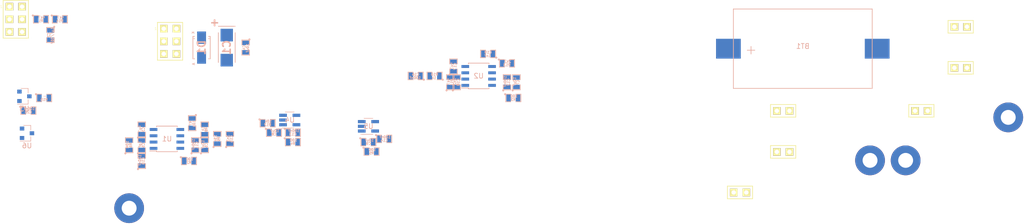
<source format=kicad_pcb>
(kicad_pcb (version 20171130) (host pcbnew "(5.0.0-rc2-18-g3893c43eb)")

  (general
    (thickness 1.6)
    (drawings 0)
    (tracks 0)
    (zones 0)
    (modules 55)
    (nets 24)
  )

  (page A4)
  (title_block
    (title NAME)
    (date "%d. %m. %Y")
    (rev REV)
    (company "Mlab www.mlab.cz")
    (comment 1 VERSION)
    (comment 2 "Short description\\nTwo lines are maximum")
    (comment 3 "nickname <email@example.com>")
  )

  (layers
    (0 F.Cu signal)
    (31 B.Cu signal)
    (34 B.Paste user)
    (36 B.SilkS user)
    (37 F.SilkS user)
    (38 B.Mask user)
    (39 F.Mask user)
    (44 Edge.Cuts user)
  )

  (setup
    (last_trace_width 0.25)
    (trace_clearance 0.2)
    (zone_clearance 0.508)
    (zone_45_only no)
    (trace_min 0.2)
    (segment_width 0.2)
    (edge_width 0.15)
    (via_size 0.6)
    (via_drill 0.4)
    (via_min_size 0.4)
    (via_min_drill 0.3)
    (uvia_size 0.3)
    (uvia_drill 0.1)
    (uvias_allowed no)
    (uvia_min_size 0.2)
    (uvia_min_drill 0.1)
    (pcb_text_width 0.3)
    (pcb_text_size 1.5 1.5)
    (mod_edge_width 0.15)
    (mod_text_size 1 1)
    (mod_text_width 0.15)
    (pad_size 1.524 1.524)
    (pad_drill 0.762)
    (pad_to_mask_clearance 0.2)
    (aux_axis_origin 0 0)
    (visible_elements 7FFFFF7F)
    (pcbplotparams
      (layerselection 0x00030_80000001)
      (usegerberextensions false)
      (usegerberattributes false)
      (usegerberadvancedattributes false)
      (creategerberjobfile false)
      (excludeedgelayer true)
      (linewidth 0.150000)
      (plotframeref false)
      (viasonmask false)
      (mode 1)
      (useauxorigin false)
      (hpglpennumber 1)
      (hpglpenspeed 20)
      (hpglpendiameter 15)
      (psnegative false)
      (psa4output false)
      (plotreference true)
      (plotvalue true)
      (plotinvisibletext false)
      (padsonsilk false)
      (subtractmaskfromsilk false)
      (outputformat 1)
      (mirror false)
      (drillshape 1)
      (scaleselection 1)
      (outputdirectory ""))
  )

  (net 0 "")
  (net 1 /REF)
  (net 2 GND)
  (net 3 VCC)
  (net 4 "Net-(C5-Pad2)")
  (net 5 "Net-(C10-Pad2)")
  (net 6 /VCC1)
  (net 7 /VCC2)
  (net 8 /VCC3)
  (net 9 /VCC4)
  (net 10 "Net-(C10-Pad1)")
  (net 11 "Net-(C15-Pad1)")
  (net 12 "Net-(C15-Pad2)")
  (net 13 "Net-(C16-Pad1)")
  (net 14 "Net-(C18-Pad1)")
  (net 15 "Net-(C18-Pad2)")
  (net 16 "Net-(C19-Pad1)")
  (net 17 /#PeakDetect/Trace)
  (net 18 /A/D)
  (net 19 "Net-(R12-Pad2)")
  (net 20 "Net-(R13-Pad2)")
  (net 21 /Ubiasout)
  (net 22 "Net-(C2-Pad1)")
  (net 23 /Ubias)

  (net_class Default "This is the default net class."
    (clearance 0.2)
    (trace_width 0.25)
    (via_dia 0.6)
    (via_drill 0.4)
    (uvia_dia 0.3)
    (uvia_drill 0.1)
    (add_net /#PeakDetect/Trace)
    (add_net /A/D)
    (add_net /REF)
    (add_net /Ubias)
    (add_net /Ubiasout)
    (add_net /VCC1)
    (add_net /VCC2)
    (add_net /VCC3)
    (add_net /VCC4)
    (add_net GND)
    (add_net "Net-(C10-Pad1)")
    (add_net "Net-(C10-Pad2)")
    (add_net "Net-(C15-Pad1)")
    (add_net "Net-(C15-Pad2)")
    (add_net "Net-(C16-Pad1)")
    (add_net "Net-(C18-Pad1)")
    (add_net "Net-(C18-Pad2)")
    (add_net "Net-(C19-Pad1)")
    (add_net "Net-(C2-Pad1)")
    (add_net "Net-(C5-Pad2)")
    (add_net "Net-(R12-Pad2)")
    (add_net "Net-(R13-Pad2)")
    (add_net VCC)
  )

  (net_class MLAB_default ""
    (clearance 0.2)
    (trace_width 0.45)
    (via_dia 0.6)
    (via_drill 0.4)
    (uvia_dia 0.3)
    (uvia_drill 0.1)
  )

  (net_class MLAB_power ""
    (clearance 0.4)
    (trace_width 0.7)
    (via_dia 0.8)
    (via_drill 0.6)
    (uvia_dia 0.3)
    (uvia_drill 0.1)
  )

  (module Mlab_Batery:CH28-2032 (layer B.Cu) (tedit 57E29DDF) (tstamp 5B519088)
    (at 140.93 -37.244999)
    (descr "Baterka 2032")
    (path /5B3A047F)
    (fp_text reference BT1 (at 0 -0.5) (layer B.SilkS)
      (effects (font (size 1 1) (thickness 0.15)) (justify mirror))
    )
    (fp_text value CH28-2032 (at 0 0.5) (layer B.Fab)
      (effects (font (size 1 1) (thickness 0.15)) (justify mirror))
    )
    (fp_text user + (at -10.4394 0.1524) (layer B.SilkS)
      (effects (font (size 2 2) (thickness 0.15)) (justify mirror))
    )
    (fp_line (start -14 -8) (end -14 8) (layer B.SilkS) (width 0.15))
    (fp_line (start 14 -8) (end -14 -8) (layer B.SilkS) (width 0.15))
    (fp_line (start 14 8) (end 14 -8) (layer B.SilkS) (width 0.15))
    (fp_line (start -14 8) (end 14 8) (layer B.SilkS) (width 0.15))
    (pad 1 smd rect (at -15 0) (size 5 4) (layers B.Cu B.Paste B.Mask)
      (net 21 /Ubiasout))
    (pad 2 smd rect (at 15 0) (size 5 4) (layers B.Cu B.Paste B.Mask)
      (net 1 /REF))
  )

  (module Mlab_C:TantalC_SizeC_Reflow (layer B.Cu) (tedit 5B3B0C45) (tstamp 5B519094)
    (at 24.765 -37.465 270)
    (descr "Tantal Cap. , Size C, EIA-6032, Reflow,")
    (tags "Tantal Cap. , Size C, EIA-6032, Reflow,")
    (path /5B46AE4B)
    (attr smd)
    (fp_text reference C1 (at 0 0 270) (layer B.SilkS)
      (effects (font (size 1.524 1.524) (thickness 0.3048)) (justify mirror))
    )
    (fp_text value 47uF (at 0 0 270) (layer B.SilkS) hide
      (effects (font (size 1.524 1.524) (thickness 0.3048)) (justify mirror))
    )
    (fp_line (start -4.30022 1.69926) (end -4.30022 -1.69926) (layer B.SilkS) (width 0.15))
    (fp_line (start 2.99974 -1.69926) (end -2.99974 -1.69926) (layer B.SilkS) (width 0.15))
    (fp_line (start 2.99974 1.69926) (end -2.99974 1.69926) (layer B.SilkS) (width 0.15))
    (fp_text user + (at -4.99872 2.55016 270) (layer B.SilkS)
      (effects (font (size 1.524 1.524) (thickness 0.3048)) (justify mirror))
    )
    (fp_line (start -5.00126 3.05308) (end -5.00126 1.95326) (layer B.SilkS) (width 0.15))
    (fp_line (start -5.6007 2.5527) (end -4.40182 2.5527) (layer B.SilkS) (width 0.15))
    (pad 2 smd rect (at 2.52476 0 270) (size 2.55016 2.49936) (layers B.Cu B.Paste B.Mask)
      (net 2 GND))
    (pad 1 smd rect (at -2.52476 0 270) (size 2.55016 2.49936) (layers B.Cu B.Paste B.Mask)
      (net 3 VCC))
    (model Capacitors_Tantalum_SMD.3dshapes/CP_Tantalum_Case-C_EIA-6032-28.wrl
      (at (xyz 0 0 0))
      (scale (xyz 1 1 1))
      (rotate (xyz 0 0 180))
    )
  )

  (module Mlab_R:SMD-0805 (layer B.Cu) (tedit 5A9A8010) (tstamp 5B5190A1)
    (at 7.62 -20.955 90)
    (path /5B39C727)
    (attr smd)
    (fp_text reference C3 (at 0 0.3175 90) (layer B.SilkS)
      (effects (font (size 0.50038 0.50038) (thickness 0.10922)) (justify mirror))
    )
    (fp_text value 4u7 (at 0.127 -0.381 90) (layer B.SilkS)
      (effects (font (size 0.50038 0.50038) (thickness 0.10922)) (justify mirror))
    )
    (fp_line (start 1.524 -0.762) (end 0.508 -0.762) (layer B.SilkS) (width 0.15))
    (fp_line (start 1.524 0.762) (end 1.524 -0.762) (layer B.SilkS) (width 0.15))
    (fp_line (start 0.508 0.762) (end 1.524 0.762) (layer B.SilkS) (width 0.15))
    (fp_line (start -1.524 0.762) (end -0.508 0.762) (layer B.SilkS) (width 0.15))
    (fp_line (start -1.524 -0.762) (end -1.524 0.762) (layer B.SilkS) (width 0.15))
    (fp_line (start -0.508 -0.762) (end -1.524 -0.762) (layer B.SilkS) (width 0.15))
    (fp_circle (center -1.651 -0.762) (end -1.651 -0.635) (layer B.SilkS) (width 0.15))
    (pad 2 smd rect (at 0.9525 0 90) (size 0.889 1.397) (layers B.Cu B.Paste B.Mask)
      (net 2 GND))
    (pad 1 smd rect (at -0.9525 0 90) (size 0.889 1.397) (layers B.Cu B.Paste B.Mask)
      (net 1 /REF))
    (model Resistors_SMD.3dshapes/R_0805.wrl
      (at (xyz 0 0 0))
      (scale (xyz 1 1 1))
      (rotate (xyz 0 0 0))
    )
    (model ${MLAB}/src/3d/R/R0805.step
      (at (xyz 0 0 0))
      (scale (xyz 1 1 1))
      (rotate (xyz 0 0 0))
    )
  )

  (module Mlab_R:SMD-0805 (layer B.Cu) (tedit 5A9A8010) (tstamp 5B5190AE)
    (at 28.575 -37.465 270)
    (path /5B46AED9)
    (attr smd)
    (fp_text reference C4 (at 0 0.3175 270) (layer B.SilkS)
      (effects (font (size 0.50038 0.50038) (thickness 0.10922)) (justify mirror))
    )
    (fp_text value 10uF (at 0.127 -0.381 270) (layer B.SilkS)
      (effects (font (size 0.50038 0.50038) (thickness 0.10922)) (justify mirror))
    )
    (fp_line (start 1.524 -0.762) (end 0.508 -0.762) (layer B.SilkS) (width 0.15))
    (fp_line (start 1.524 0.762) (end 1.524 -0.762) (layer B.SilkS) (width 0.15))
    (fp_line (start 0.508 0.762) (end 1.524 0.762) (layer B.SilkS) (width 0.15))
    (fp_line (start -1.524 0.762) (end -0.508 0.762) (layer B.SilkS) (width 0.15))
    (fp_line (start -1.524 -0.762) (end -1.524 0.762) (layer B.SilkS) (width 0.15))
    (fp_line (start -0.508 -0.762) (end -1.524 -0.762) (layer B.SilkS) (width 0.15))
    (fp_circle (center -1.651 -0.762) (end -1.651 -0.635) (layer B.SilkS) (width 0.15))
    (pad 2 smd rect (at 0.9525 0 270) (size 0.889 1.397) (layers B.Cu B.Paste B.Mask)
      (net 2 GND))
    (pad 1 smd rect (at -0.9525 0 270) (size 0.889 1.397) (layers B.Cu B.Paste B.Mask)
      (net 3 VCC))
    (model Resistors_SMD.3dshapes/R_0805.wrl
      (at (xyz 0 0 0))
      (scale (xyz 1 1 1))
      (rotate (xyz 0 0 0))
    )
    (model ${MLAB}/src/3d/R/R0805.step
      (at (xyz 0 0 0))
      (scale (xyz 1 1 1))
      (rotate (xyz 0 0 0))
    )
  )

  (module Mlab_R:SMD-0805 (layer B.Cu) (tedit 5A9A8010) (tstamp 5B5190BB)
    (at 7.62 -17.78 90)
    (path /5B3A36AE)
    (attr smd)
    (fp_text reference C5 (at 0 0.3175 90) (layer B.SilkS)
      (effects (font (size 0.50038 0.50038) (thickness 0.10922)) (justify mirror))
    )
    (fp_text value 1pF (at 0.127 -0.381 90) (layer B.SilkS)
      (effects (font (size 0.50038 0.50038) (thickness 0.10922)) (justify mirror))
    )
    (fp_line (start 1.524 -0.762) (end 0.508 -0.762) (layer B.SilkS) (width 0.15))
    (fp_line (start 1.524 0.762) (end 1.524 -0.762) (layer B.SilkS) (width 0.15))
    (fp_line (start 0.508 0.762) (end 1.524 0.762) (layer B.SilkS) (width 0.15))
    (fp_line (start -1.524 0.762) (end -0.508 0.762) (layer B.SilkS) (width 0.15))
    (fp_line (start -1.524 -0.762) (end -1.524 0.762) (layer B.SilkS) (width 0.15))
    (fp_line (start -0.508 -0.762) (end -1.524 -0.762) (layer B.SilkS) (width 0.15))
    (fp_circle (center -1.651 -0.762) (end -1.651 -0.635) (layer B.SilkS) (width 0.15))
    (pad 2 smd rect (at 0.9525 0 90) (size 0.889 1.397) (layers B.Cu B.Paste B.Mask)
      (net 4 "Net-(C5-Pad2)"))
    (pad 1 smd rect (at -0.9525 0 90) (size 0.889 1.397) (layers B.Cu B.Paste B.Mask)
      (net 5 "Net-(C10-Pad2)"))
    (model Resistors_SMD.3dshapes/R_0805.wrl
      (at (xyz 0 0 0))
      (scale (xyz 1 1 1))
      (rotate (xyz 0 0 0))
    )
    (model ${MLAB}/src/3d/R/R0805.step
      (at (xyz 0 0 0))
      (scale (xyz 1 1 1))
      (rotate (xyz 0 0 0))
    )
  )

  (module Mlab_R:SMD-0805 (layer B.Cu) (tedit 5A9A8010) (tstamp 5B5190C8)
    (at 20.32 -17.78 90)
    (path /5B46F2E3)
    (attr smd)
    (fp_text reference C6 (at 0 0.3175 90) (layer B.SilkS)
      (effects (font (size 0.50038 0.50038) (thickness 0.10922)) (justify mirror))
    )
    (fp_text value 10uF (at 0.127 -0.381 90) (layer B.SilkS)
      (effects (font (size 0.50038 0.50038) (thickness 0.10922)) (justify mirror))
    )
    (fp_circle (center -1.651 -0.762) (end -1.651 -0.635) (layer B.SilkS) (width 0.15))
    (fp_line (start -0.508 -0.762) (end -1.524 -0.762) (layer B.SilkS) (width 0.15))
    (fp_line (start -1.524 -0.762) (end -1.524 0.762) (layer B.SilkS) (width 0.15))
    (fp_line (start -1.524 0.762) (end -0.508 0.762) (layer B.SilkS) (width 0.15))
    (fp_line (start 0.508 0.762) (end 1.524 0.762) (layer B.SilkS) (width 0.15))
    (fp_line (start 1.524 0.762) (end 1.524 -0.762) (layer B.SilkS) (width 0.15))
    (fp_line (start 1.524 -0.762) (end 0.508 -0.762) (layer B.SilkS) (width 0.15))
    (pad 1 smd rect (at -0.9525 0 90) (size 0.889 1.397) (layers B.Cu B.Paste B.Mask)
      (net 6 /VCC1))
    (pad 2 smd rect (at 0.9525 0 90) (size 0.889 1.397) (layers B.Cu B.Paste B.Mask)
      (net 2 GND))
    (model Resistors_SMD.3dshapes/R_0805.wrl
      (at (xyz 0 0 0))
      (scale (xyz 1 1 1))
      (rotate (xyz 0 0 0))
    )
    (model ${MLAB}/src/3d/R/R0805.step
      (at (xyz 0 0 0))
      (scale (xyz 1 1 1))
      (rotate (xyz 0 0 0))
    )
  )

  (module Mlab_R:SMD-0805 (layer B.Cu) (tedit 5A9A8010) (tstamp 5B5190D5)
    (at 83.185 -30.48 90)
    (path /5B4BB914)
    (attr smd)
    (fp_text reference C7 (at 0 0.3175 90) (layer B.SilkS)
      (effects (font (size 0.50038 0.50038) (thickness 0.10922)) (justify mirror))
    )
    (fp_text value 10uF (at 0.127 -0.381 90) (layer B.SilkS)
      (effects (font (size 0.50038 0.50038) (thickness 0.10922)) (justify mirror))
    )
    (fp_circle (center -1.651 -0.762) (end -1.651 -0.635) (layer B.SilkS) (width 0.15))
    (fp_line (start -0.508 -0.762) (end -1.524 -0.762) (layer B.SilkS) (width 0.15))
    (fp_line (start -1.524 -0.762) (end -1.524 0.762) (layer B.SilkS) (width 0.15))
    (fp_line (start -1.524 0.762) (end -0.508 0.762) (layer B.SilkS) (width 0.15))
    (fp_line (start 0.508 0.762) (end 1.524 0.762) (layer B.SilkS) (width 0.15))
    (fp_line (start 1.524 0.762) (end 1.524 -0.762) (layer B.SilkS) (width 0.15))
    (fp_line (start 1.524 -0.762) (end 0.508 -0.762) (layer B.SilkS) (width 0.15))
    (pad 1 smd rect (at -0.9525 0 90) (size 0.889 1.397) (layers B.Cu B.Paste B.Mask)
      (net 7 /VCC2))
    (pad 2 smd rect (at 0.9525 0 90) (size 0.889 1.397) (layers B.Cu B.Paste B.Mask)
      (net 2 GND))
    (model Resistors_SMD.3dshapes/R_0805.wrl
      (at (xyz 0 0 0))
      (scale (xyz 1 1 1))
      (rotate (xyz 0 0 0))
    )
    (model ${MLAB}/src/3d/R/R0805.step
      (at (xyz 0 0 0))
      (scale (xyz 1 1 1))
      (rotate (xyz 0 0 0))
    )
  )

  (module Mlab_R:SMD-0805 (layer B.Cu) (tedit 5A9A8010) (tstamp 5B5190E2)
    (at 34.29 -20.32)
    (path /5B4C840F)
    (attr smd)
    (fp_text reference C8 (at 0 0.3175) (layer B.SilkS)
      (effects (font (size 0.50038 0.50038) (thickness 0.10922)) (justify mirror))
    )
    (fp_text value 10uF (at 0.127 -0.381) (layer B.SilkS)
      (effects (font (size 0.50038 0.50038) (thickness 0.10922)) (justify mirror))
    )
    (fp_line (start 1.524 -0.762) (end 0.508 -0.762) (layer B.SilkS) (width 0.15))
    (fp_line (start 1.524 0.762) (end 1.524 -0.762) (layer B.SilkS) (width 0.15))
    (fp_line (start 0.508 0.762) (end 1.524 0.762) (layer B.SilkS) (width 0.15))
    (fp_line (start -1.524 0.762) (end -0.508 0.762) (layer B.SilkS) (width 0.15))
    (fp_line (start -1.524 -0.762) (end -1.524 0.762) (layer B.SilkS) (width 0.15))
    (fp_line (start -0.508 -0.762) (end -1.524 -0.762) (layer B.SilkS) (width 0.15))
    (fp_circle (center -1.651 -0.762) (end -1.651 -0.635) (layer B.SilkS) (width 0.15))
    (pad 2 smd rect (at 0.9525 0) (size 0.889 1.397) (layers B.Cu B.Paste B.Mask)
      (net 2 GND))
    (pad 1 smd rect (at -0.9525 0) (size 0.889 1.397) (layers B.Cu B.Paste B.Mask)
      (net 8 /VCC3))
    (model Resistors_SMD.3dshapes/R_0805.wrl
      (at (xyz 0 0 0))
      (scale (xyz 1 1 1))
      (rotate (xyz 0 0 0))
    )
    (model ${MLAB}/src/3d/R/R0805.step
      (at (xyz 0 0 0))
      (scale (xyz 1 1 1))
      (rotate (xyz 0 0 0))
    )
  )

  (module Mlab_R:SMD-0805 (layer B.Cu) (tedit 5A9A8010) (tstamp 5B5190EF)
    (at 53.34 -18.415)
    (path /5B4C8438)
    (attr smd)
    (fp_text reference C9 (at 0 0.3175) (layer B.SilkS)
      (effects (font (size 0.50038 0.50038) (thickness 0.10922)) (justify mirror))
    )
    (fp_text value 10uF (at 0.127 -0.381) (layer B.SilkS)
      (effects (font (size 0.50038 0.50038) (thickness 0.10922)) (justify mirror))
    )
    (fp_circle (center -1.651 -0.762) (end -1.651 -0.635) (layer B.SilkS) (width 0.15))
    (fp_line (start -0.508 -0.762) (end -1.524 -0.762) (layer B.SilkS) (width 0.15))
    (fp_line (start -1.524 -0.762) (end -1.524 0.762) (layer B.SilkS) (width 0.15))
    (fp_line (start -1.524 0.762) (end -0.508 0.762) (layer B.SilkS) (width 0.15))
    (fp_line (start 0.508 0.762) (end 1.524 0.762) (layer B.SilkS) (width 0.15))
    (fp_line (start 1.524 0.762) (end 1.524 -0.762) (layer B.SilkS) (width 0.15))
    (fp_line (start 1.524 -0.762) (end 0.508 -0.762) (layer B.SilkS) (width 0.15))
    (pad 1 smd rect (at -0.9525 0) (size 0.889 1.397) (layers B.Cu B.Paste B.Mask)
      (net 9 /VCC4))
    (pad 2 smd rect (at 0.9525 0) (size 0.889 1.397) (layers B.Cu B.Paste B.Mask)
      (net 2 GND))
    (model Resistors_SMD.3dshapes/R_0805.wrl
      (at (xyz 0 0 0))
      (scale (xyz 1 1 1))
      (rotate (xyz 0 0 0))
    )
    (model ${MLAB}/src/3d/R/R0805.step
      (at (xyz 0 0 0))
      (scale (xyz 1 1 1))
      (rotate (xyz 0 0 0))
    )
  )

  (module Mlab_R:SMD-0805 (layer B.Cu) (tedit 5A9A8010) (tstamp 5B5190FC)
    (at 7.62 -14.605 90)
    (path /5B3A3816)
    (attr smd)
    (fp_text reference C10 (at 0 0.3175 90) (layer B.SilkS)
      (effects (font (size 0.50038 0.50038) (thickness 0.10922)) (justify mirror))
    )
    (fp_text value 100nF (at 0.127 -0.381 90) (layer B.SilkS)
      (effects (font (size 0.50038 0.50038) (thickness 0.10922)) (justify mirror))
    )
    (fp_circle (center -1.651 -0.762) (end -1.651 -0.635) (layer B.SilkS) (width 0.15))
    (fp_line (start -0.508 -0.762) (end -1.524 -0.762) (layer B.SilkS) (width 0.15))
    (fp_line (start -1.524 -0.762) (end -1.524 0.762) (layer B.SilkS) (width 0.15))
    (fp_line (start -1.524 0.762) (end -0.508 0.762) (layer B.SilkS) (width 0.15))
    (fp_line (start 0.508 0.762) (end 1.524 0.762) (layer B.SilkS) (width 0.15))
    (fp_line (start 1.524 0.762) (end 1.524 -0.762) (layer B.SilkS) (width 0.15))
    (fp_line (start 1.524 -0.762) (end 0.508 -0.762) (layer B.SilkS) (width 0.15))
    (pad 1 smd rect (at -0.9525 0 90) (size 0.889 1.397) (layers B.Cu B.Paste B.Mask)
      (net 10 "Net-(C10-Pad1)"))
    (pad 2 smd rect (at 0.9525 0 90) (size 0.889 1.397) (layers B.Cu B.Paste B.Mask)
      (net 5 "Net-(C10-Pad2)"))
    (model Resistors_SMD.3dshapes/R_0805.wrl
      (at (xyz 0 0 0))
      (scale (xyz 1 1 1))
      (rotate (xyz 0 0 0))
    )
    (model ${MLAB}/src/3d/R/R0805.step
      (at (xyz 0 0 0))
      (scale (xyz 1 1 1))
      (rotate (xyz 0 0 0))
    )
  )

  (module Mlab_R:SMD-0805 (layer B.Cu) (tedit 5A9A8010) (tstamp 5B519109)
    (at 18.415 -17.78 90)
    (path /5B46F367)
    (attr smd)
    (fp_text reference C11 (at 0 0.3175 90) (layer B.SilkS)
      (effects (font (size 0.50038 0.50038) (thickness 0.10922)) (justify mirror))
    )
    (fp_text value 100nF (at 0.127 -0.381 90) (layer B.SilkS)
      (effects (font (size 0.50038 0.50038) (thickness 0.10922)) (justify mirror))
    )
    (fp_line (start 1.524 -0.762) (end 0.508 -0.762) (layer B.SilkS) (width 0.15))
    (fp_line (start 1.524 0.762) (end 1.524 -0.762) (layer B.SilkS) (width 0.15))
    (fp_line (start 0.508 0.762) (end 1.524 0.762) (layer B.SilkS) (width 0.15))
    (fp_line (start -1.524 0.762) (end -0.508 0.762) (layer B.SilkS) (width 0.15))
    (fp_line (start -1.524 -0.762) (end -1.524 0.762) (layer B.SilkS) (width 0.15))
    (fp_line (start -0.508 -0.762) (end -1.524 -0.762) (layer B.SilkS) (width 0.15))
    (fp_circle (center -1.651 -0.762) (end -1.651 -0.635) (layer B.SilkS) (width 0.15))
    (pad 2 smd rect (at 0.9525 0 90) (size 0.889 1.397) (layers B.Cu B.Paste B.Mask)
      (net 2 GND))
    (pad 1 smd rect (at -0.9525 0 90) (size 0.889 1.397) (layers B.Cu B.Paste B.Mask)
      (net 6 /VCC1))
    (model Resistors_SMD.3dshapes/R_0805.wrl
      (at (xyz 0 0 0))
      (scale (xyz 1 1 1))
      (rotate (xyz 0 0 0))
    )
    (model ${MLAB}/src/3d/R/R0805.step
      (at (xyz 0 0 0))
      (scale (xyz 1 1 1))
      (rotate (xyz 0 0 0))
    )
  )

  (module Mlab_R:SMD-0805 (layer B.Cu) (tedit 5A9A8010) (tstamp 5B519116)
    (at 81.28 -30.48 90)
    (path /5B4BB91A)
    (attr smd)
    (fp_text reference C12 (at 0 0.3175 90) (layer B.SilkS)
      (effects (font (size 0.50038 0.50038) (thickness 0.10922)) (justify mirror))
    )
    (fp_text value 100nF (at 0.127 -0.381 90) (layer B.SilkS)
      (effects (font (size 0.50038 0.50038) (thickness 0.10922)) (justify mirror))
    )
    (fp_line (start 1.524 -0.762) (end 0.508 -0.762) (layer B.SilkS) (width 0.15))
    (fp_line (start 1.524 0.762) (end 1.524 -0.762) (layer B.SilkS) (width 0.15))
    (fp_line (start 0.508 0.762) (end 1.524 0.762) (layer B.SilkS) (width 0.15))
    (fp_line (start -1.524 0.762) (end -0.508 0.762) (layer B.SilkS) (width 0.15))
    (fp_line (start -1.524 -0.762) (end -1.524 0.762) (layer B.SilkS) (width 0.15))
    (fp_line (start -0.508 -0.762) (end -1.524 -0.762) (layer B.SilkS) (width 0.15))
    (fp_circle (center -1.651 -0.762) (end -1.651 -0.635) (layer B.SilkS) (width 0.15))
    (pad 2 smd rect (at 0.9525 0 90) (size 0.889 1.397) (layers B.Cu B.Paste B.Mask)
      (net 2 GND))
    (pad 1 smd rect (at -0.9525 0 90) (size 0.889 1.397) (layers B.Cu B.Paste B.Mask)
      (net 7 /VCC2))
    (model Resistors_SMD.3dshapes/R_0805.wrl
      (at (xyz 0 0 0))
      (scale (xyz 1 1 1))
      (rotate (xyz 0 0 0))
    )
    (model ${MLAB}/src/3d/R/R0805.step
      (at (xyz 0 0 0))
      (scale (xyz 1 1 1))
      (rotate (xyz 0 0 0))
    )
  )

  (module Mlab_R:SMD-0805 (layer B.Cu) (tedit 5A9A8010) (tstamp 5B519123)
    (at 38.1 -20.32)
    (path /5B4C8415)
    (attr smd)
    (fp_text reference C13 (at 0 0.3175) (layer B.SilkS)
      (effects (font (size 0.50038 0.50038) (thickness 0.10922)) (justify mirror))
    )
    (fp_text value 100nF (at 0.127 -0.381) (layer B.SilkS)
      (effects (font (size 0.50038 0.50038) (thickness 0.10922)) (justify mirror))
    )
    (fp_circle (center -1.651 -0.762) (end -1.651 -0.635) (layer B.SilkS) (width 0.15))
    (fp_line (start -0.508 -0.762) (end -1.524 -0.762) (layer B.SilkS) (width 0.15))
    (fp_line (start -1.524 -0.762) (end -1.524 0.762) (layer B.SilkS) (width 0.15))
    (fp_line (start -1.524 0.762) (end -0.508 0.762) (layer B.SilkS) (width 0.15))
    (fp_line (start 0.508 0.762) (end 1.524 0.762) (layer B.SilkS) (width 0.15))
    (fp_line (start 1.524 0.762) (end 1.524 -0.762) (layer B.SilkS) (width 0.15))
    (fp_line (start 1.524 -0.762) (end 0.508 -0.762) (layer B.SilkS) (width 0.15))
    (pad 1 smd rect (at -0.9525 0) (size 0.889 1.397) (layers B.Cu B.Paste B.Mask)
      (net 8 /VCC3))
    (pad 2 smd rect (at 0.9525 0) (size 0.889 1.397) (layers B.Cu B.Paste B.Mask)
      (net 2 GND))
    (model Resistors_SMD.3dshapes/R_0805.wrl
      (at (xyz 0 0 0))
      (scale (xyz 1 1 1))
      (rotate (xyz 0 0 0))
    )
    (model ${MLAB}/src/3d/R/R0805.step
      (at (xyz 0 0 0))
      (scale (xyz 1 1 1))
      (rotate (xyz 0 0 0))
    )
  )

  (module Mlab_R:SMD-0805 (layer B.Cu) (tedit 5A9A8010) (tstamp 5B519130)
    (at 56.515 -19.05)
    (path /5B4C843E)
    (attr smd)
    (fp_text reference C14 (at 0 0.3175) (layer B.SilkS)
      (effects (font (size 0.50038 0.50038) (thickness 0.10922)) (justify mirror))
    )
    (fp_text value 100nF (at 0.127 -0.381) (layer B.SilkS)
      (effects (font (size 0.50038 0.50038) (thickness 0.10922)) (justify mirror))
    )
    (fp_line (start 1.524 -0.762) (end 0.508 -0.762) (layer B.SilkS) (width 0.15))
    (fp_line (start 1.524 0.762) (end 1.524 -0.762) (layer B.SilkS) (width 0.15))
    (fp_line (start 0.508 0.762) (end 1.524 0.762) (layer B.SilkS) (width 0.15))
    (fp_line (start -1.524 0.762) (end -0.508 0.762) (layer B.SilkS) (width 0.15))
    (fp_line (start -1.524 -0.762) (end -1.524 0.762) (layer B.SilkS) (width 0.15))
    (fp_line (start -0.508 -0.762) (end -1.524 -0.762) (layer B.SilkS) (width 0.15))
    (fp_circle (center -1.651 -0.762) (end -1.651 -0.635) (layer B.SilkS) (width 0.15))
    (pad 2 smd rect (at 0.9525 0) (size 0.889 1.397) (layers B.Cu B.Paste B.Mask)
      (net 2 GND))
    (pad 1 smd rect (at -0.9525 0) (size 0.889 1.397) (layers B.Cu B.Paste B.Mask)
      (net 9 /VCC4))
    (model Resistors_SMD.3dshapes/R_0805.wrl
      (at (xyz 0 0 0))
      (scale (xyz 1 1 1))
      (rotate (xyz 0 0 0))
    )
    (model ${MLAB}/src/3d/R/R0805.step
      (at (xyz 0 0 0))
      (scale (xyz 1 1 1))
      (rotate (xyz 0 0 0))
    )
  )

  (module Mlab_R:SMD-0805 (layer B.Cu) (tedit 5A9A8010) (tstamp 5B51913D)
    (at 25.4 -19.05 90)
    (path /5B3AD087)
    (attr smd)
    (fp_text reference C15 (at 0 0.3175 90) (layer B.SilkS)
      (effects (font (size 0.50038 0.50038) (thickness 0.10922)) (justify mirror))
    )
    (fp_text value 3n3 (at 0.127 -0.381 90) (layer B.SilkS)
      (effects (font (size 0.50038 0.50038) (thickness 0.10922)) (justify mirror))
    )
    (fp_circle (center -1.651 -0.762) (end -1.651 -0.635) (layer B.SilkS) (width 0.15))
    (fp_line (start -0.508 -0.762) (end -1.524 -0.762) (layer B.SilkS) (width 0.15))
    (fp_line (start -1.524 -0.762) (end -1.524 0.762) (layer B.SilkS) (width 0.15))
    (fp_line (start -1.524 0.762) (end -0.508 0.762) (layer B.SilkS) (width 0.15))
    (fp_line (start 0.508 0.762) (end 1.524 0.762) (layer B.SilkS) (width 0.15))
    (fp_line (start 1.524 0.762) (end 1.524 -0.762) (layer B.SilkS) (width 0.15))
    (fp_line (start 1.524 -0.762) (end 0.508 -0.762) (layer B.SilkS) (width 0.15))
    (pad 1 smd rect (at -0.9525 0 90) (size 0.889 1.397) (layers B.Cu B.Paste B.Mask)
      (net 11 "Net-(C15-Pad1)"))
    (pad 2 smd rect (at 0.9525 0 90) (size 0.889 1.397) (layers B.Cu B.Paste B.Mask)
      (net 12 "Net-(C15-Pad2)"))
    (model Resistors_SMD.3dshapes/R_0805.wrl
      (at (xyz 0 0 0))
      (scale (xyz 1 1 1))
      (rotate (xyz 0 0 0))
    )
    (model ${MLAB}/src/3d/R/R0805.step
      (at (xyz 0 0 0))
      (scale (xyz 1 1 1))
      (rotate (xyz 0 0 0))
    )
  )

  (module Mlab_R:SMD-0805 (layer B.Cu) (tedit 5A9A8010) (tstamp 5B51914A)
    (at 62.865 -31.75 180)
    (path /5B3AD5AB)
    (attr smd)
    (fp_text reference C16 (at 0 0.3175 180) (layer B.SilkS)
      (effects (font (size 0.50038 0.50038) (thickness 0.10922)) (justify mirror))
    )
    (fp_text value 100nF (at 0.127 -0.381 180) (layer B.SilkS)
      (effects (font (size 0.50038 0.50038) (thickness 0.10922)) (justify mirror))
    )
    (fp_circle (center -1.651 -0.762) (end -1.651 -0.635) (layer B.SilkS) (width 0.15))
    (fp_line (start -0.508 -0.762) (end -1.524 -0.762) (layer B.SilkS) (width 0.15))
    (fp_line (start -1.524 -0.762) (end -1.524 0.762) (layer B.SilkS) (width 0.15))
    (fp_line (start -1.524 0.762) (end -0.508 0.762) (layer B.SilkS) (width 0.15))
    (fp_line (start 0.508 0.762) (end 1.524 0.762) (layer B.SilkS) (width 0.15))
    (fp_line (start 1.524 0.762) (end 1.524 -0.762) (layer B.SilkS) (width 0.15))
    (fp_line (start 1.524 -0.762) (end 0.508 -0.762) (layer B.SilkS) (width 0.15))
    (pad 1 smd rect (at -0.9525 0 180) (size 0.889 1.397) (layers B.Cu B.Paste B.Mask)
      (net 13 "Net-(C16-Pad1)"))
    (pad 2 smd rect (at 0.9525 0 180) (size 0.889 1.397) (layers B.Cu B.Paste B.Mask)
      (net 11 "Net-(C15-Pad1)"))
    (model Resistors_SMD.3dshapes/R_0805.wrl
      (at (xyz 0 0 0))
      (scale (xyz 1 1 1))
      (rotate (xyz 0 0 0))
    )
    (model ${MLAB}/src/3d/R/R0805.step
      (at (xyz 0 0 0))
      (scale (xyz 1 1 1))
      (rotate (xyz 0 0 0))
    )
  )

  (module Mlab_R:SMD-0805 (layer B.Cu) (tedit 5A9A8010) (tstamp 5B519157)
    (at 70.485 -33.655 90)
    (path /5B3E1723)
    (attr smd)
    (fp_text reference C17 (at 0 0.3175 90) (layer B.SilkS)
      (effects (font (size 0.50038 0.50038) (thickness 0.10922)) (justify mirror))
    )
    (fp_text value 4u7 (at 0.127 -0.381 90) (layer B.SilkS)
      (effects (font (size 0.50038 0.50038) (thickness 0.10922)) (justify mirror))
    )
    (fp_circle (center -1.651 -0.762) (end -1.651 -0.635) (layer B.SilkS) (width 0.15))
    (fp_line (start -0.508 -0.762) (end -1.524 -0.762) (layer B.SilkS) (width 0.15))
    (fp_line (start -1.524 -0.762) (end -1.524 0.762) (layer B.SilkS) (width 0.15))
    (fp_line (start -1.524 0.762) (end -0.508 0.762) (layer B.SilkS) (width 0.15))
    (fp_line (start 0.508 0.762) (end 1.524 0.762) (layer B.SilkS) (width 0.15))
    (fp_line (start 1.524 0.762) (end 1.524 -0.762) (layer B.SilkS) (width 0.15))
    (fp_line (start 1.524 -0.762) (end 0.508 -0.762) (layer B.SilkS) (width 0.15))
    (pad 1 smd rect (at -0.9525 0 90) (size 0.889 1.397) (layers B.Cu B.Paste B.Mask)
      (net 1 /REF))
    (pad 2 smd rect (at 0.9525 0 90) (size 0.889 1.397) (layers B.Cu B.Paste B.Mask)
      (net 2 GND))
    (model Resistors_SMD.3dshapes/R_0805.wrl
      (at (xyz 0 0 0))
      (scale (xyz 1 1 1))
      (rotate (xyz 0 0 0))
    )
    (model ${MLAB}/src/3d/R/R0805.step
      (at (xyz 0 0 0))
      (scale (xyz 1 1 1))
      (rotate (xyz 0 0 0))
    )
  )

  (module Mlab_R:SMD-0805 (layer B.Cu) (tedit 5A9A8010) (tstamp 5B519164)
    (at 71.12 -30.48 90)
    (path /5B3E8E3E)
    (attr smd)
    (fp_text reference C18 (at 0 0.3175 90) (layer B.SilkS)
      (effects (font (size 0.50038 0.50038) (thickness 0.10922)) (justify mirror))
    )
    (fp_text value 2n2 (at 0.127 -0.381 90) (layer B.SilkS)
      (effects (font (size 0.50038 0.50038) (thickness 0.10922)) (justify mirror))
    )
    (fp_circle (center -1.651 -0.762) (end -1.651 -0.635) (layer B.SilkS) (width 0.15))
    (fp_line (start -0.508 -0.762) (end -1.524 -0.762) (layer B.SilkS) (width 0.15))
    (fp_line (start -1.524 -0.762) (end -1.524 0.762) (layer B.SilkS) (width 0.15))
    (fp_line (start -1.524 0.762) (end -0.508 0.762) (layer B.SilkS) (width 0.15))
    (fp_line (start 0.508 0.762) (end 1.524 0.762) (layer B.SilkS) (width 0.15))
    (fp_line (start 1.524 0.762) (end 1.524 -0.762) (layer B.SilkS) (width 0.15))
    (fp_line (start 1.524 -0.762) (end 0.508 -0.762) (layer B.SilkS) (width 0.15))
    (pad 1 smd rect (at -0.9525 0 90) (size 0.889 1.397) (layers B.Cu B.Paste B.Mask)
      (net 14 "Net-(C18-Pad1)"))
    (pad 2 smd rect (at 0.9525 0 90) (size 0.889 1.397) (layers B.Cu B.Paste B.Mask)
      (net 15 "Net-(C18-Pad2)"))
    (model Resistors_SMD.3dshapes/R_0805.wrl
      (at (xyz 0 0 0))
      (scale (xyz 1 1 1))
      (rotate (xyz 0 0 0))
    )
    (model ${MLAB}/src/3d/R/R0805.step
      (at (xyz 0 0 0))
      (scale (xyz 1 1 1))
      (rotate (xyz 0 0 0))
    )
  )

  (module Mlab_R:SMD-0805 (layer B.Cu) (tedit 5A9A8010) (tstamp 5B519171)
    (at 77.47 -36.195 180)
    (path /5B3BD161)
    (attr smd)
    (fp_text reference C19 (at 0 0.3175 180) (layer B.SilkS)
      (effects (font (size 0.50038 0.50038) (thickness 0.10922)) (justify mirror))
    )
    (fp_text value 1nF (at 0.127 -0.381 180) (layer B.SilkS)
      (effects (font (size 0.50038 0.50038) (thickness 0.10922)) (justify mirror))
    )
    (fp_circle (center -1.651 -0.762) (end -1.651 -0.635) (layer B.SilkS) (width 0.15))
    (fp_line (start -0.508 -0.762) (end -1.524 -0.762) (layer B.SilkS) (width 0.15))
    (fp_line (start -1.524 -0.762) (end -1.524 0.762) (layer B.SilkS) (width 0.15))
    (fp_line (start -1.524 0.762) (end -0.508 0.762) (layer B.SilkS) (width 0.15))
    (fp_line (start 0.508 0.762) (end 1.524 0.762) (layer B.SilkS) (width 0.15))
    (fp_line (start 1.524 0.762) (end 1.524 -0.762) (layer B.SilkS) (width 0.15))
    (fp_line (start 1.524 -0.762) (end 0.508 -0.762) (layer B.SilkS) (width 0.15))
    (pad 1 smd rect (at -0.9525 0 180) (size 0.889 1.397) (layers B.Cu B.Paste B.Mask)
      (net 16 "Net-(C19-Pad1)"))
    (pad 2 smd rect (at 0.9525 0 180) (size 0.889 1.397) (layers B.Cu B.Paste B.Mask)
      (net 2 GND))
    (model Resistors_SMD.3dshapes/R_0805.wrl
      (at (xyz 0 0 0))
      (scale (xyz 1 1 1))
      (rotate (xyz 0 0 0))
    )
    (model ${MLAB}/src/3d/R/R0805.step
      (at (xyz 0 0 0))
      (scale (xyz 1 1 1))
      (rotate (xyz 0 0 0))
    )
  )

  (module Mlab_D:Diode-SMA_Standard (layer B.Cu) (tedit 5B3B0C3D) (tstamp 5B519182)
    (at 19.685 -37.465 90)
    (descr "Diode SMA")
    (tags "Diode SMA")
    (path /55622FB7)
    (attr smd)
    (fp_text reference D1 (at 0 0 90) (layer B.SilkS)
      (effects (font (size 1.524 1.524) (thickness 0.3048)) (justify mirror))
    )
    (fp_text value M4 (at 0 0 90) (layer B.SilkS) hide
      (effects (font (size 1.524 1.524) (thickness 0.3048)) (justify mirror))
    )
    (fp_text user A (at -3.29946 -1.6002 90) (layer B.SilkS)
      (effects (font (size 0.50038 0.50038) (thickness 0.09906)) (justify mirror))
    )
    (fp_text user K (at 2.99974 -1.69926 90) (layer B.SilkS)
      (effects (font (size 0.50038 0.50038) (thickness 0.09906)) (justify mirror))
    )
    (fp_circle (center 0 0) (end 0.20066 0.0508) (layer B.Adhes) (width 0.381))
    (fp_line (start 1.80086 -1.75006) (end 1.80086 -1.39954) (layer B.SilkS) (width 0.15))
    (fp_line (start 1.80086 1.75006) (end 1.80086 1.39954) (layer B.SilkS) (width 0.15))
    (fp_line (start 2.25044 -1.75006) (end 2.25044 -1.39954) (layer B.SilkS) (width 0.15))
    (fp_line (start -2.25044 -1.75006) (end -2.25044 -1.39954) (layer B.SilkS) (width 0.15))
    (fp_line (start -2.25044 1.75006) (end -2.25044 1.39954) (layer B.SilkS) (width 0.15))
    (fp_line (start 2.25044 1.75006) (end 2.25044 1.39954) (layer B.SilkS) (width 0.15))
    (fp_line (start -2.25044 -1.75006) (end 2.25044 -1.75006) (layer B.SilkS) (width 0.15))
    (fp_line (start -2.25044 1.75006) (end 2.25044 1.75006) (layer B.SilkS) (width 0.15))
    (pad 2 smd rect (at -1.99898 0 90) (size 2.49936 1.80086) (layers B.Cu B.Paste B.Mask)
      (net 2 GND))
    (pad 1 smd rect (at 1.99898 0 90) (size 2.49936 1.80086) (layers B.Cu B.Paste B.Mask)
      (net 3 VCC))
    (model MLAB_3D/Diodes/SMA.wrl
      (at (xyz 0 0 0))
      (scale (xyz 0.3937 0.3937 0.3937))
      (rotate (xyz 0 0 0))
    )
  )

  (module Mlab_Pin_Headers:Straight_2x03 (layer F.Cu) (tedit 55DC1460) (tstamp 5B519191)
    (at 13.335 -38.735)
    (descr "pin header straight 2x03")
    (tags "pin header straight 2x03")
    (path /549D65BC)
    (fp_text reference J1 (at 0 -5.08) (layer F.SilkS) hide
      (effects (font (size 1.5 1.5) (thickness 0.15)))
    )
    (fp_text value 3.6V (at 0 5.08) (layer F.SilkS) hide
      (effects (font (size 1.5 1.5) (thickness 0.15)))
    )
    (fp_text user 1 (at -2.921 -2.54) (layer F.SilkS)
      (effects (font (size 0.5 0.5) (thickness 0.05)))
    )
    (fp_line (start -2.54 -3.81) (end 2.54 -3.81) (layer F.SilkS) (width 0.15))
    (fp_line (start 2.54 -3.81) (end 2.54 3.81) (layer F.SilkS) (width 0.15))
    (fp_line (start 2.54 3.81) (end -2.54 3.81) (layer F.SilkS) (width 0.15))
    (fp_line (start -2.54 3.81) (end -2.54 -3.81) (layer F.SilkS) (width 0.15))
    (pad 1 thru_hole rect (at -1.27 -2.54) (size 1.524 1.524) (drill 0.889) (layers *.Cu *.Mask F.SilkS)
      (net 2 GND))
    (pad 2 thru_hole rect (at 1.27 -2.54) (size 1.524 1.524) (drill 0.889) (layers *.Cu *.Mask F.SilkS)
      (net 2 GND))
    (pad 3 thru_hole rect (at -1.27 0) (size 1.524 1.524) (drill 0.889) (layers *.Cu *.Mask F.SilkS)
      (net 3 VCC))
    (pad 4 thru_hole rect (at 1.27 0) (size 1.524 1.524) (drill 0.889) (layers *.Cu *.Mask F.SilkS)
      (net 3 VCC))
    (pad 5 thru_hole rect (at -1.27 2.54) (size 1.524 1.524) (drill 0.889) (layers *.Cu *.Mask F.SilkS)
      (net 2 GND))
    (pad 6 thru_hole rect (at 1.27 2.54) (size 1.524 1.524) (drill 0.889) (layers *.Cu *.Mask F.SilkS)
      (net 2 GND))
    (model Pin_Headers/Pin_Header_Straight_2x03.wrl
      (at (xyz 0 0 0))
      (scale (xyz 1 1 1))
      (rotate (xyz 0 0 90))
    )
  )

  (module Mlab_Pin_Headers:Straight_2x01 (layer F.Cu) (tedit 5A99E638) (tstamp 5B51919B)
    (at 164.839285 -24.7125)
    (descr "pin header straight 2x01")
    (tags "pin header straight 2x01")
    (path /5B454FCB)
    (fp_text reference J2 (at 0 -2.54) (layer F.SilkS) hide
      (effects (font (size 1.5 1.5) (thickness 0.15)))
    )
    (fp_text value HEADER_2x01_PARALLEL (at 0 2.54) (layer F.SilkS) hide
      (effects (font (size 1.5 1.5) (thickness 0.15)))
    )
    (fp_line (start -2.54 1.27) (end -2.54 -1.27) (layer F.SilkS) (width 0.15))
    (fp_line (start 2.54 1.27) (end -2.54 1.27) (layer F.SilkS) (width 0.15))
    (fp_line (start 2.54 -1.27) (end 2.54 1.27) (layer F.SilkS) (width 0.15))
    (fp_line (start -2.54 -1.27) (end 2.54 -1.27) (layer F.SilkS) (width 0.15))
    (pad 2 thru_hole rect (at 1.27 0) (size 1.524 1.524) (drill 0.889) (layers *.Cu *.Mask F.SilkS)
      (net 2 GND))
    (pad 1 thru_hole rect (at -1.27 0) (size 1.524 1.524) (drill 0.889) (layers *.Cu *.Mask F.SilkS)
      (net 2 GND))
    (model Pin_Headers/Pin_Header_Straight_2x01.wrl
      (at (xyz 0 0 0))
      (scale (xyz 1 1 1))
      (rotate (xyz 0 0 90))
    )
    (model ${MLAB}/src/3d/mechanical/header_1_2.step
      (at (xyz 0 0 0))
      (scale (xyz 1 1 1))
      (rotate (xyz 0 0 0))
    )
  )

  (module Mlab_Pin_Headers:Straight_2x01 (layer F.Cu) (tedit 5A99E638) (tstamp 5B5191A5)
    (at 136.969285 -16.4325)
    (descr "pin header straight 2x01")
    (tags "pin header straight 2x01")
    (path /5B455041)
    (fp_text reference J3 (at 0 -2.54) (layer F.SilkS) hide
      (effects (font (size 1.5 1.5) (thickness 0.15)))
    )
    (fp_text value HEADER_2x01_PARALLEL (at 0 2.54) (layer F.SilkS) hide
      (effects (font (size 1.5 1.5) (thickness 0.15)))
    )
    (fp_line (start -2.54 -1.27) (end 2.54 -1.27) (layer F.SilkS) (width 0.15))
    (fp_line (start 2.54 -1.27) (end 2.54 1.27) (layer F.SilkS) (width 0.15))
    (fp_line (start 2.54 1.27) (end -2.54 1.27) (layer F.SilkS) (width 0.15))
    (fp_line (start -2.54 1.27) (end -2.54 -1.27) (layer F.SilkS) (width 0.15))
    (pad 1 thru_hole rect (at -1.27 0) (size 1.524 1.524) (drill 0.889) (layers *.Cu *.Mask F.SilkS)
      (net 17 /#PeakDetect/Trace))
    (pad 2 thru_hole rect (at 1.27 0) (size 1.524 1.524) (drill 0.889) (layers *.Cu *.Mask F.SilkS)
      (net 17 /#PeakDetect/Trace))
    (model Pin_Headers/Pin_Header_Straight_2x01.wrl
      (at (xyz 0 0 0))
      (scale (xyz 1 1 1))
      (rotate (xyz 0 0 90))
    )
    (model ${MLAB}/src/3d/mechanical/header_1_2.step
      (at (xyz 0 0 0))
      (scale (xyz 1 1 1))
      (rotate (xyz 0 0 0))
    )
  )

  (module Mlab_Pin_Headers:Straight_2x01 (layer F.Cu) (tedit 5A99E638) (tstamp 5B5191AF)
    (at 172.769285 -41.6625)
    (descr "pin header straight 2x01")
    (tags "pin header straight 2x01")
    (path /5B4550A5)
    (fp_text reference J4 (at 0 -2.54) (layer F.SilkS) hide
      (effects (font (size 1.5 1.5) (thickness 0.15)))
    )
    (fp_text value HEADER_2x01_PARALLEL (at 0 2.54) (layer F.SilkS) hide
      (effects (font (size 1.5 1.5) (thickness 0.15)))
    )
    (fp_line (start -2.54 1.27) (end -2.54 -1.27) (layer F.SilkS) (width 0.15))
    (fp_line (start 2.54 1.27) (end -2.54 1.27) (layer F.SilkS) (width 0.15))
    (fp_line (start 2.54 -1.27) (end 2.54 1.27) (layer F.SilkS) (width 0.15))
    (fp_line (start -2.54 -1.27) (end 2.54 -1.27) (layer F.SilkS) (width 0.15))
    (pad 2 thru_hole rect (at 1.27 0) (size 1.524 1.524) (drill 0.889) (layers *.Cu *.Mask F.SilkS)
      (net 2 GND))
    (pad 1 thru_hole rect (at -1.27 0) (size 1.524 1.524) (drill 0.889) (layers *.Cu *.Mask F.SilkS)
      (net 2 GND))
    (model Pin_Headers/Pin_Header_Straight_2x01.wrl
      (at (xyz 0 0 0))
      (scale (xyz 1 1 1))
      (rotate (xyz 0 0 90))
    )
    (model ${MLAB}/src/3d/mechanical/header_1_2.step
      (at (xyz 0 0 0))
      (scale (xyz 1 1 1))
      (rotate (xyz 0 0 0))
    )
  )

  (module Mlab_Pin_Headers:Straight_2x01 (layer F.Cu) (tedit 5A99E638) (tstamp 5B5191B9)
    (at 128.27 -8.255)
    (descr "pin header straight 2x01")
    (tags "pin header straight 2x01")
    (path /5B3FF83E)
    (fp_text reference J5 (at 0 -2.54) (layer F.SilkS) hide
      (effects (font (size 1.5 1.5) (thickness 0.15)))
    )
    (fp_text value HEADER_2x01_PARALLEL (at 0 2.54) (layer F.SilkS) hide
      (effects (font (size 1.5 1.5) (thickness 0.15)))
    )
    (fp_line (start -2.54 1.27) (end -2.54 -1.27) (layer F.SilkS) (width 0.15))
    (fp_line (start 2.54 1.27) (end -2.54 1.27) (layer F.SilkS) (width 0.15))
    (fp_line (start 2.54 -1.27) (end 2.54 1.27) (layer F.SilkS) (width 0.15))
    (fp_line (start -2.54 -1.27) (end 2.54 -1.27) (layer F.SilkS) (width 0.15))
    (pad 2 thru_hole rect (at 1.27 0) (size 1.524 1.524) (drill 0.889) (layers *.Cu *.Mask F.SilkS)
      (net 2 GND))
    (pad 1 thru_hole rect (at -1.27 0) (size 1.524 1.524) (drill 0.889) (layers *.Cu *.Mask F.SilkS)
      (net 2 GND))
    (model Pin_Headers/Pin_Header_Straight_2x01.wrl
      (at (xyz 0 0 0))
      (scale (xyz 1 1 1))
      (rotate (xyz 0 0 90))
    )
    (model ${MLAB}/src/3d/mechanical/header_1_2.step
      (at (xyz 0 0 0))
      (scale (xyz 1 1 1))
      (rotate (xyz 0 0 0))
    )
  )

  (module Mlab_Pin_Headers:Straight_2x01 (layer F.Cu) (tedit 5A99E638) (tstamp 5B5191C3)
    (at 136.969285 -24.7125)
    (descr "pin header straight 2x01")
    (tags "pin header straight 2x01")
    (path /5B3FF577)
    (fp_text reference J6 (at 0 -2.54) (layer F.SilkS) hide
      (effects (font (size 1.5 1.5) (thickness 0.15)))
    )
    (fp_text value HEADER_2x01_PARALLEL (at 0 2.54) (layer F.SilkS) hide
      (effects (font (size 1.5 1.5) (thickness 0.15)))
    )
    (fp_line (start -2.54 -1.27) (end 2.54 -1.27) (layer F.SilkS) (width 0.15))
    (fp_line (start 2.54 -1.27) (end 2.54 1.27) (layer F.SilkS) (width 0.15))
    (fp_line (start 2.54 1.27) (end -2.54 1.27) (layer F.SilkS) (width 0.15))
    (fp_line (start -2.54 1.27) (end -2.54 -1.27) (layer F.SilkS) (width 0.15))
    (pad 1 thru_hole rect (at -1.27 0) (size 1.524 1.524) (drill 0.889) (layers *.Cu *.Mask F.SilkS)
      (net 18 /A/D))
    (pad 2 thru_hole rect (at 1.27 0) (size 1.524 1.524) (drill 0.889) (layers *.Cu *.Mask F.SilkS)
      (net 18 /A/D))
    (model Pin_Headers/Pin_Header_Straight_2x01.wrl
      (at (xyz 0 0 0))
      (scale (xyz 1 1 1))
      (rotate (xyz 0 0 90))
    )
    (model ${MLAB}/src/3d/mechanical/header_1_2.step
      (at (xyz 0 0 0))
      (scale (xyz 1 1 1))
      (rotate (xyz 0 0 0))
    )
  )

  (module Mlab_Pin_Headers:Straight_2x01 (layer F.Cu) (tedit 5A99E638) (tstamp 5B5191CD)
    (at 172.769285 -33.3825)
    (descr "pin header straight 2x01")
    (tags "pin header straight 2x01")
    (path /5B3FF89A)
    (fp_text reference J7 (at 0 -2.54) (layer F.SilkS) hide
      (effects (font (size 1.5 1.5) (thickness 0.15)))
    )
    (fp_text value HEADER_2x01_PARALLEL (at 0 2.54) (layer F.SilkS) hide
      (effects (font (size 1.5 1.5) (thickness 0.15)))
    )
    (fp_line (start -2.54 -1.27) (end 2.54 -1.27) (layer F.SilkS) (width 0.15))
    (fp_line (start 2.54 -1.27) (end 2.54 1.27) (layer F.SilkS) (width 0.15))
    (fp_line (start 2.54 1.27) (end -2.54 1.27) (layer F.SilkS) (width 0.15))
    (fp_line (start -2.54 1.27) (end -2.54 -1.27) (layer F.SilkS) (width 0.15))
    (pad 1 thru_hole rect (at -1.27 0) (size 1.524 1.524) (drill 0.889) (layers *.Cu *.Mask F.SilkS)
      (net 2 GND))
    (pad 2 thru_hole rect (at 1.27 0) (size 1.524 1.524) (drill 0.889) (layers *.Cu *.Mask F.SilkS)
      (net 2 GND))
    (model Pin_Headers/Pin_Header_Straight_2x01.wrl
      (at (xyz 0 0 0))
      (scale (xyz 1 1 1))
      (rotate (xyz 0 0 90))
    )
    (model ${MLAB}/src/3d/mechanical/header_1_2.step
      (at (xyz 0 0 0))
      (scale (xyz 1 1 1))
      (rotate (xyz 0 0 0))
    )
  )

  (module Mlab_Mechanical:MountingHole_3mm placed (layer F.Cu) (tedit 5A99DD0D) (tstamp 5B5191D3)
    (at 154.490241 -14.72552)
    (descr "Mounting hole, Befestigungsbohrung, 3mm, No Annular, Kein Restring,")
    (tags "Mounting hole, Befestigungsbohrung, 3mm, No Annular, Kein Restring,")
    (path /549D7549)
    (fp_text reference M1 (at 0 -4.191) (layer F.SilkS) hide
      (effects (font (size 1.524 1.524) (thickness 0.3048)))
    )
    (fp_text value HOLE (at 0 4.191) (layer F.SilkS) hide
      (effects (font (size 1.524 1.524) (thickness 0.3048)))
    )
    (fp_circle (center 0 0) (end 2.99974 0) (layer Cmts.User) (width 0.381))
    (pad 1 thru_hole circle (at 0 0) (size 6 6) (drill 3) (layers *.Cu *.Adhes *.Mask)
      (net 2 GND) (clearance 1) (zone_connect 2))
    (model ${MLAB}/src/3d/mechanical/m3_komplet.step
      (at (xyz 0 0 0))
      (scale (xyz 1 1 1))
      (rotate (xyz 0 0 0))
    )
  )

  (module Mlab_Mechanical:MountingHole_3mm placed (layer F.Cu) (tedit 5A99DD0D) (tstamp 5B5191D9)
    (at 161.670241 -14.72552)
    (descr "Mounting hole, Befestigungsbohrung, 3mm, No Annular, Kein Restring,")
    (tags "Mounting hole, Befestigungsbohrung, 3mm, No Annular, Kein Restring,")
    (path /549D7628)
    (fp_text reference M2 (at 0 -4.191) (layer F.SilkS) hide
      (effects (font (size 1.524 1.524) (thickness 0.3048)))
    )
    (fp_text value HOLE (at 0 4.191) (layer F.SilkS) hide
      (effects (font (size 1.524 1.524) (thickness 0.3048)))
    )
    (fp_circle (center 0 0) (end 2.99974 0) (layer Cmts.User) (width 0.381))
    (pad 1 thru_hole circle (at 0 0) (size 6 6) (drill 3) (layers *.Cu *.Adhes *.Mask)
      (net 2 GND) (clearance 1) (zone_connect 2))
    (model ${MLAB}/src/3d/mechanical/m3_komplet.step
      (at (xyz 0 0 0))
      (scale (xyz 1 1 1))
      (rotate (xyz 0 0 0))
    )
  )

  (module Mlab_Mechanical:MountingHole_3mm placed (layer F.Cu) (tedit 5A99DD0D) (tstamp 5B5191DF)
    (at 182.360241 -23.39552)
    (descr "Mounting hole, Befestigungsbohrung, 3mm, No Annular, Kein Restring,")
    (tags "Mounting hole, Befestigungsbohrung, 3mm, No Annular, Kein Restring,")
    (path /5B3D3F17)
    (fp_text reference M3 (at 0 -4.191) (layer F.SilkS) hide
      (effects (font (size 1.524 1.524) (thickness 0.3048)))
    )
    (fp_text value HOLE (at 0 4.191) (layer F.SilkS) hide
      (effects (font (size 1.524 1.524) (thickness 0.3048)))
    )
    (fp_circle (center 0 0) (end 2.99974 0) (layer Cmts.User) (width 0.381))
    (pad 1 thru_hole circle (at 0 0) (size 6 6) (drill 3) (layers *.Cu *.Adhes *.Mask)
      (net 2 GND) (clearance 1) (zone_connect 2))
    (model ${MLAB}/src/3d/mechanical/m3_komplet.step
      (at (xyz 0 0 0))
      (scale (xyz 1 1 1))
      (rotate (xyz 0 0 0))
    )
  )

  (module Mlab_Mechanical:MountingHole_3mm placed (layer F.Cu) (tedit 5A99DD0D) (tstamp 5B5191E5)
    (at 5.08 -5.08)
    (descr "Mounting hole, Befestigungsbohrung, 3mm, No Annular, Kein Restring,")
    (tags "Mounting hole, Befestigungsbohrung, 3mm, No Annular, Kein Restring,")
    (path /5B3D3F18)
    (fp_text reference M4 (at 0 -4.191) (layer F.SilkS) hide
      (effects (font (size 1.524 1.524) (thickness 0.3048)))
    )
    (fp_text value HOLE (at 0 4.191) (layer F.SilkS) hide
      (effects (font (size 1.524 1.524) (thickness 0.3048)))
    )
    (fp_circle (center 0 0) (end 2.99974 0) (layer Cmts.User) (width 0.381))
    (pad 1 thru_hole circle (at 0 0) (size 6 6) (drill 3) (layers *.Cu *.Adhes *.Mask)
      (net 2 GND) (clearance 1) (zone_connect 2))
    (model ${MLAB}/src/3d/mechanical/m3_komplet.step
      (at (xyz 0 0 0))
      (scale (xyz 1 1 1))
      (rotate (xyz 0 0 0))
    )
  )

  (module Mlab_R:SMD-0805 (layer B.Cu) (tedit 5A9A8010) (tstamp 5B5191F2)
    (at -12.7 -43.18)
    (path /5B412971)
    (attr smd)
    (fp_text reference R1 (at 0 0.3175) (layer B.SilkS)
      (effects (font (size 0.50038 0.50038) (thickness 0.10922)) (justify mirror))
    )
    (fp_text value 4k7 (at 0.127 -0.381) (layer B.SilkS)
      (effects (font (size 0.50038 0.50038) (thickness 0.10922)) (justify mirror))
    )
    (fp_circle (center -1.651 -0.762) (end -1.651 -0.635) (layer B.SilkS) (width 0.15))
    (fp_line (start -0.508 -0.762) (end -1.524 -0.762) (layer B.SilkS) (width 0.15))
    (fp_line (start -1.524 -0.762) (end -1.524 0.762) (layer B.SilkS) (width 0.15))
    (fp_line (start -1.524 0.762) (end -0.508 0.762) (layer B.SilkS) (width 0.15))
    (fp_line (start 0.508 0.762) (end 1.524 0.762) (layer B.SilkS) (width 0.15))
    (fp_line (start 1.524 0.762) (end 1.524 -0.762) (layer B.SilkS) (width 0.15))
    (fp_line (start 1.524 -0.762) (end 0.508 -0.762) (layer B.SilkS) (width 0.15))
    (pad 1 smd rect (at -0.9525 0) (size 0.889 1.397) (layers B.Cu B.Paste B.Mask)
      (net 23 /Ubias))
    (pad 2 smd rect (at 0.9525 0) (size 0.889 1.397) (layers B.Cu B.Paste B.Mask)
      (net 22 "Net-(C2-Pad1)"))
    (model Resistors_SMD.3dshapes/R_0805.wrl
      (at (xyz 0 0 0))
      (scale (xyz 1 1 1))
      (rotate (xyz 0 0 0))
    )
    (model ${MLAB}/src/3d/R/R0805.step
      (at (xyz 0 0 0))
      (scale (xyz 1 1 1))
      (rotate (xyz 0 0 0))
    )
  )

  (module Mlab_R:SMD-0805 (layer B.Cu) (tedit 5A9A8010) (tstamp 5B5191FF)
    (at 17.145 -14.605)
    (path /5B46AAEC)
    (attr smd)
    (fp_text reference R2 (at 0 0.3175) (layer B.SilkS)
      (effects (font (size 0.50038 0.50038) (thickness 0.10922)) (justify mirror))
    )
    (fp_text value 100 (at 0.127 -0.381) (layer B.SilkS)
      (effects (font (size 0.50038 0.50038) (thickness 0.10922)) (justify mirror))
    )
    (fp_line (start 1.524 -0.762) (end 0.508 -0.762) (layer B.SilkS) (width 0.15))
    (fp_line (start 1.524 0.762) (end 1.524 -0.762) (layer B.SilkS) (width 0.15))
    (fp_line (start 0.508 0.762) (end 1.524 0.762) (layer B.SilkS) (width 0.15))
    (fp_line (start -1.524 0.762) (end -0.508 0.762) (layer B.SilkS) (width 0.15))
    (fp_line (start -1.524 -0.762) (end -1.524 0.762) (layer B.SilkS) (width 0.15))
    (fp_line (start -0.508 -0.762) (end -1.524 -0.762) (layer B.SilkS) (width 0.15))
    (fp_circle (center -1.651 -0.762) (end -1.651 -0.635) (layer B.SilkS) (width 0.15))
    (pad 2 smd rect (at 0.9525 0) (size 0.889 1.397) (layers B.Cu B.Paste B.Mask)
      (net 3 VCC))
    (pad 1 smd rect (at -0.9525 0) (size 0.889 1.397) (layers B.Cu B.Paste B.Mask)
      (net 6 /VCC1))
    (model Resistors_SMD.3dshapes/R_0805.wrl
      (at (xyz 0 0 0))
      (scale (xyz 1 1 1))
      (rotate (xyz 0 0 0))
    )
    (model ${MLAB}/src/3d/R/R0805.step
      (at (xyz 0 0 0))
      (scale (xyz 1 1 1))
      (rotate (xyz 0 0 0))
    )
  )

  (module Mlab_R:SMD-0805 (layer B.Cu) (tedit 5A9A8010) (tstamp 5B51920C)
    (at 82.55 -27.305)
    (path /5B4BB90E)
    (attr smd)
    (fp_text reference R3 (at 0 0.3175) (layer B.SilkS)
      (effects (font (size 0.50038 0.50038) (thickness 0.10922)) (justify mirror))
    )
    (fp_text value 100 (at 0.127 -0.381) (layer B.SilkS)
      (effects (font (size 0.50038 0.50038) (thickness 0.10922)) (justify mirror))
    )
    (fp_circle (center -1.651 -0.762) (end -1.651 -0.635) (layer B.SilkS) (width 0.15))
    (fp_line (start -0.508 -0.762) (end -1.524 -0.762) (layer B.SilkS) (width 0.15))
    (fp_line (start -1.524 -0.762) (end -1.524 0.762) (layer B.SilkS) (width 0.15))
    (fp_line (start -1.524 0.762) (end -0.508 0.762) (layer B.SilkS) (width 0.15))
    (fp_line (start 0.508 0.762) (end 1.524 0.762) (layer B.SilkS) (width 0.15))
    (fp_line (start 1.524 0.762) (end 1.524 -0.762) (layer B.SilkS) (width 0.15))
    (fp_line (start 1.524 -0.762) (end 0.508 -0.762) (layer B.SilkS) (width 0.15))
    (pad 1 smd rect (at -0.9525 0) (size 0.889 1.397) (layers B.Cu B.Paste B.Mask)
      (net 7 /VCC2))
    (pad 2 smd rect (at 0.9525 0) (size 0.889 1.397) (layers B.Cu B.Paste B.Mask)
      (net 3 VCC))
    (model Resistors_SMD.3dshapes/R_0805.wrl
      (at (xyz 0 0 0))
      (scale (xyz 1 1 1))
      (rotate (xyz 0 0 0))
    )
    (model ${MLAB}/src/3d/R/R0805.step
      (at (xyz 0 0 0))
      (scale (xyz 1 1 1))
      (rotate (xyz 0 0 0))
    )
  )

  (module Mlab_R:SMD-0805 (layer B.Cu) (tedit 5A9A8010) (tstamp 5B519219)
    (at 38.1 -18.415)
    (path /5B4C8409)
    (attr smd)
    (fp_text reference R4 (at 0 0.3175) (layer B.SilkS)
      (effects (font (size 0.50038 0.50038) (thickness 0.10922)) (justify mirror))
    )
    (fp_text value 100 (at 0.127 -0.381) (layer B.SilkS)
      (effects (font (size 0.50038 0.50038) (thickness 0.10922)) (justify mirror))
    )
    (fp_circle (center -1.651 -0.762) (end -1.651 -0.635) (layer B.SilkS) (width 0.15))
    (fp_line (start -0.508 -0.762) (end -1.524 -0.762) (layer B.SilkS) (width 0.15))
    (fp_line (start -1.524 -0.762) (end -1.524 0.762) (layer B.SilkS) (width 0.15))
    (fp_line (start -1.524 0.762) (end -0.508 0.762) (layer B.SilkS) (width 0.15))
    (fp_line (start 0.508 0.762) (end 1.524 0.762) (layer B.SilkS) (width 0.15))
    (fp_line (start 1.524 0.762) (end 1.524 -0.762) (layer B.SilkS) (width 0.15))
    (fp_line (start 1.524 -0.762) (end 0.508 -0.762) (layer B.SilkS) (width 0.15))
    (pad 1 smd rect (at -0.9525 0) (size 0.889 1.397) (layers B.Cu B.Paste B.Mask)
      (net 8 /VCC3))
    (pad 2 smd rect (at 0.9525 0) (size 0.889 1.397) (layers B.Cu B.Paste B.Mask)
      (net 3 VCC))
    (model Resistors_SMD.3dshapes/R_0805.wrl
      (at (xyz 0 0 0))
      (scale (xyz 1 1 1))
      (rotate (xyz 0 0 0))
    )
    (model ${MLAB}/src/3d/R/R0805.step
      (at (xyz 0 0 0))
      (scale (xyz 1 1 1))
      (rotate (xyz 0 0 0))
    )
  )

  (module Mlab_R:SMD-0805 (layer B.Cu) (tedit 5A9A8010) (tstamp 5B519226)
    (at 53.975 -16.51)
    (path /5B4C8432)
    (attr smd)
    (fp_text reference R5 (at 0 0.3175) (layer B.SilkS)
      (effects (font (size 0.50038 0.50038) (thickness 0.10922)) (justify mirror))
    )
    (fp_text value 100 (at 0.127 -0.381) (layer B.SilkS)
      (effects (font (size 0.50038 0.50038) (thickness 0.10922)) (justify mirror))
    )
    (fp_line (start 1.524 -0.762) (end 0.508 -0.762) (layer B.SilkS) (width 0.15))
    (fp_line (start 1.524 0.762) (end 1.524 -0.762) (layer B.SilkS) (width 0.15))
    (fp_line (start 0.508 0.762) (end 1.524 0.762) (layer B.SilkS) (width 0.15))
    (fp_line (start -1.524 0.762) (end -0.508 0.762) (layer B.SilkS) (width 0.15))
    (fp_line (start -1.524 -0.762) (end -1.524 0.762) (layer B.SilkS) (width 0.15))
    (fp_line (start -0.508 -0.762) (end -1.524 -0.762) (layer B.SilkS) (width 0.15))
    (fp_circle (center -1.651 -0.762) (end -1.651 -0.635) (layer B.SilkS) (width 0.15))
    (pad 2 smd rect (at 0.9525 0) (size 0.889 1.397) (layers B.Cu B.Paste B.Mask)
      (net 3 VCC))
    (pad 1 smd rect (at -0.9525 0) (size 0.889 1.397) (layers B.Cu B.Paste B.Mask)
      (net 9 /VCC4))
    (model Resistors_SMD.3dshapes/R_0805.wrl
      (at (xyz 0 0 0))
      (scale (xyz 1 1 1))
      (rotate (xyz 0 0 0))
    )
    (model ${MLAB}/src/3d/R/R0805.step
      (at (xyz 0 0 0))
      (scale (xyz 1 1 1))
      (rotate (xyz 0 0 0))
    )
  )

  (module Mlab_R:SMD-0805 (layer B.Cu) (tedit 5A9A8010) (tstamp 5B519233)
    (at 5.08 -17.78 90)
    (path /5B3A3729)
    (attr smd)
    (fp_text reference R6 (at 0 0.3175 90) (layer B.SilkS)
      (effects (font (size 0.50038 0.50038) (thickness 0.10922)) (justify mirror))
    )
    (fp_text value 10M (at 0.127 -0.381 90) (layer B.SilkS)
      (effects (font (size 0.50038 0.50038) (thickness 0.10922)) (justify mirror))
    )
    (fp_circle (center -1.651 -0.762) (end -1.651 -0.635) (layer B.SilkS) (width 0.15))
    (fp_line (start -0.508 -0.762) (end -1.524 -0.762) (layer B.SilkS) (width 0.15))
    (fp_line (start -1.524 -0.762) (end -1.524 0.762) (layer B.SilkS) (width 0.15))
    (fp_line (start -1.524 0.762) (end -0.508 0.762) (layer B.SilkS) (width 0.15))
    (fp_line (start 0.508 0.762) (end 1.524 0.762) (layer B.SilkS) (width 0.15))
    (fp_line (start 1.524 0.762) (end 1.524 -0.762) (layer B.SilkS) (width 0.15))
    (fp_line (start 1.524 -0.762) (end 0.508 -0.762) (layer B.SilkS) (width 0.15))
    (pad 1 smd rect (at -0.9525 0 90) (size 0.889 1.397) (layers B.Cu B.Paste B.Mask)
      (net 5 "Net-(C10-Pad2)"))
    (pad 2 smd rect (at 0.9525 0 90) (size 0.889 1.397) (layers B.Cu B.Paste B.Mask)
      (net 4 "Net-(C5-Pad2)"))
    (model Resistors_SMD.3dshapes/R_0805.wrl
      (at (xyz 0 0 0))
      (scale (xyz 1 1 1))
      (rotate (xyz 0 0 0))
    )
    (model ${MLAB}/src/3d/R/R0805.step
      (at (xyz 0 0 0))
      (scale (xyz 1 1 1))
      (rotate (xyz 0 0 0))
    )
  )

  (module Mlab_R:SMD-0805 (layer B.Cu) (tedit 5A9A8010) (tstamp 5B519240)
    (at 17.78 -22.225 270)
    (path /5B3A37A3)
    (attr smd)
    (fp_text reference R7 (at 0 0.3175 270) (layer B.SilkS)
      (effects (font (size 0.50038 0.50038) (thickness 0.10922)) (justify mirror))
    )
    (fp_text value 10k (at 0.127 -0.381 270) (layer B.SilkS)
      (effects (font (size 0.50038 0.50038) (thickness 0.10922)) (justify mirror))
    )
    (fp_line (start 1.524 -0.762) (end 0.508 -0.762) (layer B.SilkS) (width 0.15))
    (fp_line (start 1.524 0.762) (end 1.524 -0.762) (layer B.SilkS) (width 0.15))
    (fp_line (start 0.508 0.762) (end 1.524 0.762) (layer B.SilkS) (width 0.15))
    (fp_line (start -1.524 0.762) (end -0.508 0.762) (layer B.SilkS) (width 0.15))
    (fp_line (start -1.524 -0.762) (end -1.524 0.762) (layer B.SilkS) (width 0.15))
    (fp_line (start -0.508 -0.762) (end -1.524 -0.762) (layer B.SilkS) (width 0.15))
    (fp_circle (center -1.651 -0.762) (end -1.651 -0.635) (layer B.SilkS) (width 0.15))
    (pad 2 smd rect (at 0.9525 0 270) (size 0.889 1.397) (layers B.Cu B.Paste B.Mask)
      (net 10 "Net-(C10-Pad1)"))
    (pad 1 smd rect (at -0.9525 0 270) (size 0.889 1.397) (layers B.Cu B.Paste B.Mask)
      (net 1 /REF))
    (model Resistors_SMD.3dshapes/R_0805.wrl
      (at (xyz 0 0 0))
      (scale (xyz 1 1 1))
      (rotate (xyz 0 0 0))
    )
    (model ${MLAB}/src/3d/R/R0805.step
      (at (xyz 0 0 0))
      (scale (xyz 1 1 1))
      (rotate (xyz 0 0 0))
    )
  )

  (module Mlab_R:SMD-0805 (layer B.Cu) (tedit 5A9A8010) (tstamp 5B51924D)
    (at 20.32 -20.955 90)
    (path /5B3AD48D)
    (attr smd)
    (fp_text reference R8 (at 0 0.3175 90) (layer B.SilkS)
      (effects (font (size 0.50038 0.50038) (thickness 0.10922)) (justify mirror))
    )
    (fp_text value 1k (at 0.127 -0.381 90) (layer B.SilkS)
      (effects (font (size 0.50038 0.50038) (thickness 0.10922)) (justify mirror))
    )
    (fp_line (start 1.524 -0.762) (end 0.508 -0.762) (layer B.SilkS) (width 0.15))
    (fp_line (start 1.524 0.762) (end 1.524 -0.762) (layer B.SilkS) (width 0.15))
    (fp_line (start 0.508 0.762) (end 1.524 0.762) (layer B.SilkS) (width 0.15))
    (fp_line (start -1.524 0.762) (end -0.508 0.762) (layer B.SilkS) (width 0.15))
    (fp_line (start -1.524 -0.762) (end -1.524 0.762) (layer B.SilkS) (width 0.15))
    (fp_line (start -0.508 -0.762) (end -1.524 -0.762) (layer B.SilkS) (width 0.15))
    (fp_circle (center -1.651 -0.762) (end -1.651 -0.635) (layer B.SilkS) (width 0.15))
    (pad 2 smd rect (at 0.9525 0 90) (size 0.889 1.397) (layers B.Cu B.Paste B.Mask)
      (net 1 /REF))
    (pad 1 smd rect (at -0.9525 0 90) (size 0.889 1.397) (layers B.Cu B.Paste B.Mask)
      (net 12 "Net-(C15-Pad2)"))
    (model Resistors_SMD.3dshapes/R_0805.wrl
      (at (xyz 0 0 0))
      (scale (xyz 1 1 1))
      (rotate (xyz 0 0 0))
    )
    (model ${MLAB}/src/3d/R/R0805.step
      (at (xyz 0 0 0))
      (scale (xyz 1 1 1))
      (rotate (xyz 0 0 0))
    )
  )

  (module Mlab_R:SMD-0805 (layer B.Cu) (tedit 5A9A8010) (tstamp 5B51925A)
    (at 22.86 -19.05 90)
    (path /5B3ACFA9)
    (attr smd)
    (fp_text reference R9 (at 0 0.3175 90) (layer B.SilkS)
      (effects (font (size 0.50038 0.50038) (thickness 0.10922)) (justify mirror))
    )
    (fp_text value 15k (at 0.127 -0.381 90) (layer B.SilkS)
      (effects (font (size 0.50038 0.50038) (thickness 0.10922)) (justify mirror))
    )
    (fp_line (start 1.524 -0.762) (end 0.508 -0.762) (layer B.SilkS) (width 0.15))
    (fp_line (start 1.524 0.762) (end 1.524 -0.762) (layer B.SilkS) (width 0.15))
    (fp_line (start 0.508 0.762) (end 1.524 0.762) (layer B.SilkS) (width 0.15))
    (fp_line (start -1.524 0.762) (end -0.508 0.762) (layer B.SilkS) (width 0.15))
    (fp_line (start -1.524 -0.762) (end -1.524 0.762) (layer B.SilkS) (width 0.15))
    (fp_line (start -0.508 -0.762) (end -1.524 -0.762) (layer B.SilkS) (width 0.15))
    (fp_circle (center -1.651 -0.762) (end -1.651 -0.635) (layer B.SilkS) (width 0.15))
    (pad 2 smd rect (at 0.9525 0 90) (size 0.889 1.397) (layers B.Cu B.Paste B.Mask)
      (net 12 "Net-(C15-Pad2)"))
    (pad 1 smd rect (at -0.9525 0 90) (size 0.889 1.397) (layers B.Cu B.Paste B.Mask)
      (net 11 "Net-(C15-Pad1)"))
    (model Resistors_SMD.3dshapes/R_0805.wrl
      (at (xyz 0 0 0))
      (scale (xyz 1 1 1))
      (rotate (xyz 0 0 0))
    )
    (model ${MLAB}/src/3d/R/R0805.step
      (at (xyz 0 0 0))
      (scale (xyz 1 1 1))
      (rotate (xyz 0 0 0))
    )
  )

  (module Mlab_R:SMD-0805 (layer B.Cu) (tedit 5A9A8010) (tstamp 5B519267)
    (at 66.675 -31.75 180)
    (path /5B3AD63B)
    (attr smd)
    (fp_text reference R10 (at 0 0.3175 180) (layer B.SilkS)
      (effects (font (size 0.50038 0.50038) (thickness 0.10922)) (justify mirror))
    )
    (fp_text value 1k (at 0.127 -0.381 180) (layer B.SilkS)
      (effects (font (size 0.50038 0.50038) (thickness 0.10922)) (justify mirror))
    )
    (fp_line (start 1.524 -0.762) (end 0.508 -0.762) (layer B.SilkS) (width 0.15))
    (fp_line (start 1.524 0.762) (end 1.524 -0.762) (layer B.SilkS) (width 0.15))
    (fp_line (start 0.508 0.762) (end 1.524 0.762) (layer B.SilkS) (width 0.15))
    (fp_line (start -1.524 0.762) (end -0.508 0.762) (layer B.SilkS) (width 0.15))
    (fp_line (start -1.524 -0.762) (end -1.524 0.762) (layer B.SilkS) (width 0.15))
    (fp_line (start -0.508 -0.762) (end -1.524 -0.762) (layer B.SilkS) (width 0.15))
    (fp_circle (center -1.651 -0.762) (end -1.651 -0.635) (layer B.SilkS) (width 0.15))
    (pad 2 smd rect (at 0.9525 0 180) (size 0.889 1.397) (layers B.Cu B.Paste B.Mask)
      (net 13 "Net-(C16-Pad1)"))
    (pad 1 smd rect (at -0.9525 0 180) (size 0.889 1.397) (layers B.Cu B.Paste B.Mask)
      (net 15 "Net-(C18-Pad2)"))
    (model Resistors_SMD.3dshapes/R_0805.wrl
      (at (xyz 0 0 0))
      (scale (xyz 1 1 1))
      (rotate (xyz 0 0 0))
    )
    (model ${MLAB}/src/3d/R/R0805.step
      (at (xyz 0 0 0))
      (scale (xyz 1 1 1))
      (rotate (xyz 0 0 0))
    )
  )

  (module Mlab_R:SMD-0805 (layer B.Cu) (tedit 5A9A8010) (tstamp 5B519274)
    (at 69.85 -30.48 90)
    (path /5B3E8EB4)
    (attr smd)
    (fp_text reference R11 (at 0 0.3175 90) (layer B.SilkS)
      (effects (font (size 0.50038 0.50038) (thickness 0.10922)) (justify mirror))
    )
    (fp_text value 4k7 (at 0.127 -0.381 90) (layer B.SilkS)
      (effects (font (size 0.50038 0.50038) (thickness 0.10922)) (justify mirror))
    )
    (fp_line (start 1.524 -0.762) (end 0.508 -0.762) (layer B.SilkS) (width 0.15))
    (fp_line (start 1.524 0.762) (end 1.524 -0.762) (layer B.SilkS) (width 0.15))
    (fp_line (start 0.508 0.762) (end 1.524 0.762) (layer B.SilkS) (width 0.15))
    (fp_line (start -1.524 0.762) (end -0.508 0.762) (layer B.SilkS) (width 0.15))
    (fp_line (start -1.524 -0.762) (end -1.524 0.762) (layer B.SilkS) (width 0.15))
    (fp_line (start -0.508 -0.762) (end -1.524 -0.762) (layer B.SilkS) (width 0.15))
    (fp_circle (center -1.651 -0.762) (end -1.651 -0.635) (layer B.SilkS) (width 0.15))
    (pad 2 smd rect (at 0.9525 0 90) (size 0.889 1.397) (layers B.Cu B.Paste B.Mask)
      (net 15 "Net-(C18-Pad2)"))
    (pad 1 smd rect (at -0.9525 0 90) (size 0.889 1.397) (layers B.Cu B.Paste B.Mask)
      (net 14 "Net-(C18-Pad1)"))
    (model Resistors_SMD.3dshapes/R_0805.wrl
      (at (xyz 0 0 0))
      (scale (xyz 1 1 1))
      (rotate (xyz 0 0 0))
    )
    (model ${MLAB}/src/3d/R/R0805.step
      (at (xyz 0 0 0))
      (scale (xyz 1 1 1))
      (rotate (xyz 0 0 0))
    )
  )

  (module Mlab_R:SMD-0805 (layer B.Cu) (tedit 5A9A8010) (tstamp 5B519281)
    (at 33.02 -22.225)
    (path /5B3BA8C4)
    (attr smd)
    (fp_text reference R12 (at 0 0.3175) (layer B.SilkS)
      (effects (font (size 0.50038 0.50038) (thickness 0.10922)) (justify mirror))
    )
    (fp_text value 10k (at 0.127 -0.381) (layer B.SilkS)
      (effects (font (size 0.50038 0.50038) (thickness 0.10922)) (justify mirror))
    )
    (fp_circle (center -1.651 -0.762) (end -1.651 -0.635) (layer B.SilkS) (width 0.15))
    (fp_line (start -0.508 -0.762) (end -1.524 -0.762) (layer B.SilkS) (width 0.15))
    (fp_line (start -1.524 -0.762) (end -1.524 0.762) (layer B.SilkS) (width 0.15))
    (fp_line (start -1.524 0.762) (end -0.508 0.762) (layer B.SilkS) (width 0.15))
    (fp_line (start 0.508 0.762) (end 1.524 0.762) (layer B.SilkS) (width 0.15))
    (fp_line (start 1.524 0.762) (end 1.524 -0.762) (layer B.SilkS) (width 0.15))
    (fp_line (start 1.524 -0.762) (end 0.508 -0.762) (layer B.SilkS) (width 0.15))
    (pad 1 smd rect (at -0.9525 0) (size 0.889 1.397) (layers B.Cu B.Paste B.Mask)
      (net 17 /#PeakDetect/Trace))
    (pad 2 smd rect (at 0.9525 0) (size 0.889 1.397) (layers B.Cu B.Paste B.Mask)
      (net 19 "Net-(R12-Pad2)"))
    (model Resistors_SMD.3dshapes/R_0805.wrl
      (at (xyz 0 0 0))
      (scale (xyz 1 1 1))
      (rotate (xyz 0 0 0))
    )
    (model ${MLAB}/src/3d/R/R0805.step
      (at (xyz 0 0 0))
      (scale (xyz 1 1 1))
      (rotate (xyz 0 0 0))
    )
  )

  (module Mlab_R:SMD-0805 (layer B.Cu) (tedit 5A9A8010) (tstamp 5B51928E)
    (at 81.28 -34.29)
    (path /5B3BD0FF)
    (attr smd)
    (fp_text reference R13 (at 0 0.3175) (layer B.SilkS)
      (effects (font (size 0.50038 0.50038) (thickness 0.10922)) (justify mirror))
    )
    (fp_text value 2k2 (at 0.127 -0.381) (layer B.SilkS)
      (effects (font (size 0.50038 0.50038) (thickness 0.10922)) (justify mirror))
    )
    (fp_line (start 1.524 -0.762) (end 0.508 -0.762) (layer B.SilkS) (width 0.15))
    (fp_line (start 1.524 0.762) (end 1.524 -0.762) (layer B.SilkS) (width 0.15))
    (fp_line (start 0.508 0.762) (end 1.524 0.762) (layer B.SilkS) (width 0.15))
    (fp_line (start -1.524 0.762) (end -0.508 0.762) (layer B.SilkS) (width 0.15))
    (fp_line (start -1.524 -0.762) (end -1.524 0.762) (layer B.SilkS) (width 0.15))
    (fp_line (start -0.508 -0.762) (end -1.524 -0.762) (layer B.SilkS) (width 0.15))
    (fp_circle (center -1.651 -0.762) (end -1.651 -0.635) (layer B.SilkS) (width 0.15))
    (pad 2 smd rect (at 0.9525 0) (size 0.889 1.397) (layers B.Cu B.Paste B.Mask)
      (net 20 "Net-(R13-Pad2)"))
    (pad 1 smd rect (at -0.9525 0) (size 0.889 1.397) (layers B.Cu B.Paste B.Mask)
      (net 16 "Net-(C19-Pad1)"))
    (model Resistors_SMD.3dshapes/R_0805.wrl
      (at (xyz 0 0 0))
      (scale (xyz 1 1 1))
      (rotate (xyz 0 0 0))
    )
    (model ${MLAB}/src/3d/R/R0805.step
      (at (xyz 0 0 0))
      (scale (xyz 1 1 1))
      (rotate (xyz 0 0 0))
    )
  )

  (module Mlab_IO:SOIC-8_3.9x4.9mm_Pitch1.27mm (layer B.Cu) (tedit 5B3B0CAD) (tstamp 5B5192A5)
    (at 12.7 -19.05)
    (descr "8-Lead Plastic Small Outline (SN) - Narrow, 3.90 mm Body [SOIC] (see Microchip Packaging Specification 00000049BS.pdf)")
    (tags "SOIC 1.27")
    (path /5B39C1E6)
    (attr smd)
    (fp_text reference U1 (at 0 0) (layer B.SilkS)
      (effects (font (size 1 1) (thickness 0.15)) (justify mirror))
    )
    (fp_text value OPA2314 (at 0 -3.5) (layer B.SilkS) hide
      (effects (font (size 1 1) (thickness 0.15)) (justify mirror))
    )
    (fp_line (start -2.075 2.43) (end -3.475 2.43) (layer B.SilkS) (width 0.15))
    (fp_line (start -2.075 -2.575) (end 2.075 -2.575) (layer B.SilkS) (width 0.15))
    (fp_line (start -2.075 2.575) (end 2.075 2.575) (layer B.SilkS) (width 0.15))
    (fp_line (start -2.075 -2.575) (end -2.075 -2.43) (layer B.SilkS) (width 0.15))
    (fp_line (start 2.075 -2.575) (end 2.075 -2.43) (layer B.SilkS) (width 0.15))
    (fp_line (start 2.075 2.575) (end 2.075 2.43) (layer B.SilkS) (width 0.15))
    (fp_line (start -2.075 2.575) (end -2.075 2.43) (layer B.SilkS) (width 0.15))
    (fp_line (start -3.75 -2.75) (end 3.75 -2.75) (layer B.CrtYd) (width 0.05))
    (fp_line (start -3.75 2.75) (end 3.75 2.75) (layer B.CrtYd) (width 0.05))
    (fp_line (start 3.75 2.75) (end 3.75 -2.75) (layer B.CrtYd) (width 0.05))
    (fp_line (start -3.75 2.75) (end -3.75 -2.75) (layer B.CrtYd) (width 0.05))
    (pad 8 smd rect (at 2.7 1.905) (size 1.55 0.6) (layers B.Cu B.Paste B.Mask)
      (net 6 /VCC1))
    (pad 7 smd rect (at 2.7 0.635) (size 1.55 0.6) (layers B.Cu B.Paste B.Mask)
      (net 11 "Net-(C15-Pad1)"))
    (pad 6 smd rect (at 2.7 -0.635) (size 1.55 0.6) (layers B.Cu B.Paste B.Mask)
      (net 12 "Net-(C15-Pad2)"))
    (pad 5 smd rect (at 2.7 -1.905) (size 1.55 0.6) (layers B.Cu B.Paste B.Mask)
      (net 10 "Net-(C10-Pad1)"))
    (pad 4 smd rect (at -2.7 -1.905) (size 1.55 0.6) (layers B.Cu B.Paste B.Mask)
      (net 2 GND))
    (pad 3 smd rect (at -2.7 -0.635) (size 1.55 0.6) (layers B.Cu B.Paste B.Mask)
      (net 1 /REF))
    (pad 2 smd rect (at -2.7 0.635) (size 1.55 0.6) (layers B.Cu B.Paste B.Mask)
      (net 4 "Net-(C5-Pad2)"))
    (pad 1 smd rect (at -2.7 1.905) (size 1.55 0.6) (layers B.Cu B.Paste B.Mask)
      (net 5 "Net-(C10-Pad2)"))
    (model Housings_SOIC/SOIC-8_3.9x4.9mm_Pitch1.27mm.wrl
      (at (xyz 0 0 0))
      (scale (xyz 1 1 1))
      (rotate (xyz 0 0 0))
    )
  )

  (module Mlab_IO:SOIC-8_3.9x4.9mm_Pitch1.27mm (layer B.Cu) (tedit 5B3B0CA6) (tstamp 5B5192BC)
    (at 75.565 -31.75)
    (descr "8-Lead Plastic Small Outline (SN) - Narrow, 3.90 mm Body [SOIC] (see Microchip Packaging Specification 00000049BS.pdf)")
    (tags "SOIC 1.27")
    (path /5B39C25C)
    (attr smd)
    (fp_text reference U2 (at 0 0) (layer B.SilkS)
      (effects (font (size 1 1) (thickness 0.15)) (justify mirror))
    )
    (fp_text value OPA2314 (at 0 -3.5) (layer B.SilkS) hide
      (effects (font (size 1 1) (thickness 0.15)) (justify mirror))
    )
    (fp_line (start -3.75 2.75) (end -3.75 -2.75) (layer B.CrtYd) (width 0.05))
    (fp_line (start 3.75 2.75) (end 3.75 -2.75) (layer B.CrtYd) (width 0.05))
    (fp_line (start -3.75 2.75) (end 3.75 2.75) (layer B.CrtYd) (width 0.05))
    (fp_line (start -3.75 -2.75) (end 3.75 -2.75) (layer B.CrtYd) (width 0.05))
    (fp_line (start -2.075 2.575) (end -2.075 2.43) (layer B.SilkS) (width 0.15))
    (fp_line (start 2.075 2.575) (end 2.075 2.43) (layer B.SilkS) (width 0.15))
    (fp_line (start 2.075 -2.575) (end 2.075 -2.43) (layer B.SilkS) (width 0.15))
    (fp_line (start -2.075 -2.575) (end -2.075 -2.43) (layer B.SilkS) (width 0.15))
    (fp_line (start -2.075 2.575) (end 2.075 2.575) (layer B.SilkS) (width 0.15))
    (fp_line (start -2.075 -2.575) (end 2.075 -2.575) (layer B.SilkS) (width 0.15))
    (fp_line (start -2.075 2.43) (end -3.475 2.43) (layer B.SilkS) (width 0.15))
    (pad 1 smd rect (at -2.7 1.905) (size 1.55 0.6) (layers B.Cu B.Paste B.Mask)
      (net 14 "Net-(C18-Pad1)"))
    (pad 2 smd rect (at -2.7 0.635) (size 1.55 0.6) (layers B.Cu B.Paste B.Mask)
      (net 15 "Net-(C18-Pad2)"))
    (pad 3 smd rect (at -2.7 -0.635) (size 1.55 0.6) (layers B.Cu B.Paste B.Mask)
      (net 1 /REF))
    (pad 4 smd rect (at -2.7 -1.905) (size 1.55 0.6) (layers B.Cu B.Paste B.Mask)
      (net 2 GND))
    (pad 5 smd rect (at 2.7 -1.905) (size 1.55 0.6) (layers B.Cu B.Paste B.Mask)
      (net 16 "Net-(C19-Pad1)"))
    (pad 6 smd rect (at 2.7 -0.635) (size 1.55 0.6) (layers B.Cu B.Paste B.Mask)
      (net 18 /A/D))
    (pad 7 smd rect (at 2.7 0.635) (size 1.55 0.6) (layers B.Cu B.Paste B.Mask)
      (net 18 /A/D))
    (pad 8 smd rect (at 2.7 1.905) (size 1.55 0.6) (layers B.Cu B.Paste B.Mask)
      (net 7 /VCC2))
    (model Housings_SOIC/SOIC-8_3.9x4.9mm_Pitch1.27mm.wrl
      (at (xyz 0 0 0))
      (scale (xyz 1 1 1))
      (rotate (xyz 0 0 0))
    )
  )

  (module Package_TO_SOT_SMD:SOT-23-5_HandSoldering (layer B.Cu) (tedit 5B3B0C97) (tstamp 5B5192D1)
    (at 37.465 -22.86)
    (descr "5-pin SOT23 package")
    (tags "SOT-23-5 hand-soldering")
    (path /5B3AFE4C)
    (attr smd)
    (fp_text reference U4 (at 0 0) (layer B.SilkS)
      (effects (font (size 1 1) (thickness 0.15)) (justify mirror))
    )
    (fp_text value TS7211 (at 0 -2.9) (layer B.Fab)
      (effects (font (size 1 1) (thickness 0.15)) (justify mirror))
    )
    (fp_text user %R (at 0 0 -90) (layer B.Fab)
      (effects (font (size 0.5 0.5) (thickness 0.075)) (justify mirror))
    )
    (fp_line (start -0.9 -1.61) (end 0.9 -1.61) (layer B.SilkS) (width 0.12))
    (fp_line (start 0.9 1.61) (end -1.55 1.61) (layer B.SilkS) (width 0.12))
    (fp_line (start -0.9 0.9) (end -0.25 1.55) (layer B.Fab) (width 0.1))
    (fp_line (start 0.9 1.55) (end -0.25 1.55) (layer B.Fab) (width 0.1))
    (fp_line (start -0.9 0.9) (end -0.9 -1.55) (layer B.Fab) (width 0.1))
    (fp_line (start 0.9 -1.55) (end -0.9 -1.55) (layer B.Fab) (width 0.1))
    (fp_line (start 0.9 1.55) (end 0.9 -1.55) (layer B.Fab) (width 0.1))
    (fp_line (start -2.38 1.8) (end 2.38 1.8) (layer B.CrtYd) (width 0.05))
    (fp_line (start -2.38 1.8) (end -2.38 -1.8) (layer B.CrtYd) (width 0.05))
    (fp_line (start 2.38 -1.8) (end 2.38 1.8) (layer B.CrtYd) (width 0.05))
    (fp_line (start 2.38 -1.8) (end -2.38 -1.8) (layer B.CrtYd) (width 0.05))
    (pad 1 smd rect (at -1.35 0.95) (size 1.56 0.65) (layers B.Cu B.Paste B.Mask)
      (net 19 "Net-(R12-Pad2)"))
    (pad 2 smd rect (at -1.35 0) (size 1.56 0.65) (layers B.Cu B.Paste B.Mask)
      (net 8 /VCC3))
    (pad 3 smd rect (at -1.35 -0.95) (size 1.56 0.65) (layers B.Cu B.Paste B.Mask)
      (net 14 "Net-(C18-Pad1)"))
    (pad 4 smd rect (at 1.35 -0.95) (size 1.56 0.65) (layers B.Cu B.Paste B.Mask)
      (net 18 /A/D))
    (pad 5 smd rect (at 1.35 0.95) (size 1.56 0.65) (layers B.Cu B.Paste B.Mask)
      (net 2 GND))
    (model ${KISYS3DMOD}/Package_TO_SOT_SMD.3dshapes/SOT-23-5.wrl
      (at (xyz 0 0 0))
      (scale (xyz 1 1 1))
      (rotate (xyz 0 0 0))
    )
  )

  (module Package_TO_SOT_SMD:SOT-23-5_HandSoldering (layer B.Cu) (tedit 5B3B0C9D) (tstamp 5B5192E6)
    (at 53.34 -21.59)
    (descr "5-pin SOT23 package")
    (tags "SOT-23-5 hand-soldering")
    (path /5B3B85BF)
    (attr smd)
    (fp_text reference U5 (at 0 0) (layer B.SilkS)
      (effects (font (size 1 1) (thickness 0.15)) (justify mirror))
    )
    (fp_text value TS5A4594 (at 0 -2.9) (layer B.Fab)
      (effects (font (size 1 1) (thickness 0.15)) (justify mirror))
    )
    (fp_line (start 2.38 -1.8) (end -2.38 -1.8) (layer B.CrtYd) (width 0.05))
    (fp_line (start 2.38 -1.8) (end 2.38 1.8) (layer B.CrtYd) (width 0.05))
    (fp_line (start -2.38 1.8) (end -2.38 -1.8) (layer B.CrtYd) (width 0.05))
    (fp_line (start -2.38 1.8) (end 2.38 1.8) (layer B.CrtYd) (width 0.05))
    (fp_line (start 0.9 1.55) (end 0.9 -1.55) (layer B.Fab) (width 0.1))
    (fp_line (start 0.9 -1.55) (end -0.9 -1.55) (layer B.Fab) (width 0.1))
    (fp_line (start -0.9 0.9) (end -0.9 -1.55) (layer B.Fab) (width 0.1))
    (fp_line (start 0.9 1.55) (end -0.25 1.55) (layer B.Fab) (width 0.1))
    (fp_line (start -0.9 0.9) (end -0.25 1.55) (layer B.Fab) (width 0.1))
    (fp_line (start 0.9 1.61) (end -1.55 1.61) (layer B.SilkS) (width 0.12))
    (fp_line (start -0.9 -1.61) (end 0.9 -1.61) (layer B.SilkS) (width 0.12))
    (fp_text user %R (at 0 0 -90) (layer B.Fab)
      (effects (font (size 0.5 0.5) (thickness 0.075)) (justify mirror))
    )
    (pad 5 smd rect (at 1.35 0.95) (size 1.56 0.65) (layers B.Cu B.Paste B.Mask)
      (net 9 /VCC4))
    (pad 4 smd rect (at 1.35 -0.95) (size 1.56 0.65) (layers B.Cu B.Paste B.Mask)
      (net 17 /#PeakDetect/Trace))
    (pad 3 smd rect (at -1.35 -0.95) (size 1.56 0.65) (layers B.Cu B.Paste B.Mask)
      (net 2 GND))
    (pad 2 smd rect (at -1.35 0) (size 1.56 0.65) (layers B.Cu B.Paste B.Mask)
      (net 20 "Net-(R13-Pad2)"))
    (pad 1 smd rect (at -1.35 0.95) (size 1.56 0.65) (layers B.Cu B.Paste B.Mask)
      (net 14 "Net-(C18-Pad1)"))
    (model ${KISYS3DMOD}/Package_TO_SOT_SMD.3dshapes/SOT-23-5.wrl
      (at (xyz 0 0 0))
      (scale (xyz 1 1 1))
      (rotate (xyz 0 0 0))
    )
  )

  (module Mlab_R:SMD-0805 (layer B.Cu) (tedit 5A9A8010) (tstamp 5B4772AF)
    (at -10.795 -40.005 270)
    (path /5B412F0A)
    (attr smd)
    (fp_text reference C2 (at 0 0.3175 270) (layer B.SilkS)
      (effects (font (size 0.50038 0.50038) (thickness 0.10922)) (justify mirror))
    )
    (fp_text value 1uF/36V (at 0.127 -0.381 270) (layer B.SilkS)
      (effects (font (size 0.50038 0.50038) (thickness 0.10922)) (justify mirror))
    )
    (fp_circle (center -1.651 -0.762) (end -1.651 -0.635) (layer B.SilkS) (width 0.15))
    (fp_line (start -0.508 -0.762) (end -1.524 -0.762) (layer B.SilkS) (width 0.15))
    (fp_line (start -1.524 -0.762) (end -1.524 0.762) (layer B.SilkS) (width 0.15))
    (fp_line (start -1.524 0.762) (end -0.508 0.762) (layer B.SilkS) (width 0.15))
    (fp_line (start 0.508 0.762) (end 1.524 0.762) (layer B.SilkS) (width 0.15))
    (fp_line (start 1.524 0.762) (end 1.524 -0.762) (layer B.SilkS) (width 0.15))
    (fp_line (start 1.524 -0.762) (end 0.508 -0.762) (layer B.SilkS) (width 0.15))
    (pad 1 smd rect (at -0.9525 0 270) (size 0.889 1.397) (layers B.Cu B.Paste B.Mask)
      (net 22 "Net-(C2-Pad1)"))
    (pad 2 smd rect (at 0.9525 0 270) (size 0.889 1.397) (layers B.Cu B.Paste B.Mask)
      (net 2 GND))
    (model Resistors_SMD.3dshapes/R_0805.wrl
      (at (xyz 0 0 0))
      (scale (xyz 1 1 1))
      (rotate (xyz 0 0 0))
    )
    (model ${MLAB}/src/3d/R/R0805.step
      (at (xyz 0 0 0))
      (scale (xyz 1 1 1))
      (rotate (xyz 0 0 0))
    )
  )

  (module Mlab_R:SMD-0805 (layer B.Cu) (tedit 5A9A8010) (tstamp 5B4772BC)
    (at -15.24 -24.765)
    (path /5B3DC133)
    (attr smd)
    (fp_text reference C20 (at 0 0.3175) (layer B.SilkS)
      (effects (font (size 0.50038 0.50038) (thickness 0.10922)) (justify mirror))
    )
    (fp_text value 100nF (at 0.127 -0.381) (layer B.SilkS)
      (effects (font (size 0.50038 0.50038) (thickness 0.10922)) (justify mirror))
    )
    (fp_circle (center -1.651 -0.762) (end -1.651 -0.635) (layer B.SilkS) (width 0.15))
    (fp_line (start -0.508 -0.762) (end -1.524 -0.762) (layer B.SilkS) (width 0.15))
    (fp_line (start -1.524 -0.762) (end -1.524 0.762) (layer B.SilkS) (width 0.15))
    (fp_line (start -1.524 0.762) (end -0.508 0.762) (layer B.SilkS) (width 0.15))
    (fp_line (start 0.508 0.762) (end 1.524 0.762) (layer B.SilkS) (width 0.15))
    (fp_line (start 1.524 0.762) (end 1.524 -0.762) (layer B.SilkS) (width 0.15))
    (fp_line (start 1.524 -0.762) (end 0.508 -0.762) (layer B.SilkS) (width 0.15))
    (pad 1 smd rect (at -0.9525 0) (size 0.889 1.397) (layers B.Cu B.Paste B.Mask)
      (net 1 /REF))
    (pad 2 smd rect (at 0.9525 0) (size 0.889 1.397) (layers B.Cu B.Paste B.Mask)
      (net 2 GND))
    (model Resistors_SMD.3dshapes/R_0805.wrl
      (at (xyz 0 0 0))
      (scale (xyz 1 1 1))
      (rotate (xyz 0 0 0))
    )
    (model ${MLAB}/src/3d/R/R0805.step
      (at (xyz 0 0 0))
      (scale (xyz 1 1 1))
      (rotate (xyz 0 0 0))
    )
  )

  (module Mlab_R:SMD-0805 (layer B.Cu) (tedit 5A9A8010) (tstamp 5B4772D3)
    (at -8.89 -43.18)
    (path /5B412C70)
    (attr smd)
    (fp_text reference R14 (at 0 0.3175) (layer B.SilkS)
      (effects (font (size 0.50038 0.50038) (thickness 0.10922)) (justify mirror))
    )
    (fp_text value 4k7 (at 0.127 -0.381) (layer B.SilkS)
      (effects (font (size 0.50038 0.50038) (thickness 0.10922)) (justify mirror))
    )
    (fp_line (start 1.524 -0.762) (end 0.508 -0.762) (layer B.SilkS) (width 0.15))
    (fp_line (start 1.524 0.762) (end 1.524 -0.762) (layer B.SilkS) (width 0.15))
    (fp_line (start 0.508 0.762) (end 1.524 0.762) (layer B.SilkS) (width 0.15))
    (fp_line (start -1.524 0.762) (end -0.508 0.762) (layer B.SilkS) (width 0.15))
    (fp_line (start -1.524 -0.762) (end -1.524 0.762) (layer B.SilkS) (width 0.15))
    (fp_line (start -0.508 -0.762) (end -1.524 -0.762) (layer B.SilkS) (width 0.15))
    (fp_circle (center -1.651 -0.762) (end -1.651 -0.635) (layer B.SilkS) (width 0.15))
    (pad 2 smd rect (at 0.9525 0) (size 0.889 1.397) (layers B.Cu B.Paste B.Mask)
      (net 21 /Ubiasout))
    (pad 1 smd rect (at -0.9525 0) (size 0.889 1.397) (layers B.Cu B.Paste B.Mask)
      (net 22 "Net-(C2-Pad1)"))
    (model Resistors_SMD.3dshapes/R_0805.wrl
      (at (xyz 0 0 0))
      (scale (xyz 1 1 1))
      (rotate (xyz 0 0 0))
    )
    (model ${MLAB}/src/3d/R/R0805.step
      (at (xyz 0 0 0))
      (scale (xyz 1 1 1))
      (rotate (xyz 0 0 0))
    )
  )

  (module Mlab_R:SMD-0805 (layer B.Cu) (tedit 5A9A8010) (tstamp 5B4772E0)
    (at -12.065 -27.305)
    (path /5B3DC113)
    (attr smd)
    (fp_text reference R15 (at 0 0.3175) (layer B.SilkS)
      (effects (font (size 0.50038 0.50038) (thickness 0.10922)) (justify mirror))
    )
    (fp_text value - (at 0.127 -0.381) (layer B.SilkS)
      (effects (font (size 0.50038 0.50038) (thickness 0.10922)) (justify mirror))
    )
    (fp_line (start 1.524 -0.762) (end 0.508 -0.762) (layer B.SilkS) (width 0.15))
    (fp_line (start 1.524 0.762) (end 1.524 -0.762) (layer B.SilkS) (width 0.15))
    (fp_line (start 0.508 0.762) (end 1.524 0.762) (layer B.SilkS) (width 0.15))
    (fp_line (start -1.524 0.762) (end -0.508 0.762) (layer B.SilkS) (width 0.15))
    (fp_line (start -1.524 -0.762) (end -1.524 0.762) (layer B.SilkS) (width 0.15))
    (fp_line (start -0.508 -0.762) (end -1.524 -0.762) (layer B.SilkS) (width 0.15))
    (fp_circle (center -1.651 -0.762) (end -1.651 -0.635) (layer B.SilkS) (width 0.15))
    (pad 2 smd rect (at 0.9525 0) (size 0.889 1.397) (layers B.Cu B.Paste B.Mask)
      (net 3 VCC))
    (pad 1 smd rect (at -0.9525 0) (size 0.889 1.397) (layers B.Cu B.Paste B.Mask)
      (net 1 /REF))
    (model Resistors_SMD.3dshapes/R_0805.wrl
      (at (xyz 0 0 0))
      (scale (xyz 1 1 1))
      (rotate (xyz 0 0 0))
    )
    (model ${MLAB}/src/3d/R/R0805.step
      (at (xyz 0 0 0))
      (scale (xyz 1 1 1))
      (rotate (xyz 0 0 0))
    )
  )

  (module Package_TO_SOT_SMD:SOT-23 (layer B.Cu) (tedit 5A02FF57) (tstamp 5B4772F5)
    (at -16.044286 -27.6425)
    (descr "SOT-23, Standard")
    (tags SOT-23)
    (path /5B3DC106)
    (attr smd)
    (fp_text reference U3 (at 0 2.5) (layer B.SilkS)
      (effects (font (size 1 1) (thickness 0.15)) (justify mirror))
    )
    (fp_text value "ISL21080DIH312Z-TK  1V25" (at 0 -2.5) (layer B.Fab)
      (effects (font (size 1 1) (thickness 0.15)) (justify mirror))
    )
    (fp_line (start 0.76 -1.58) (end -0.7 -1.58) (layer B.SilkS) (width 0.12))
    (fp_line (start 0.76 1.58) (end -1.4 1.58) (layer B.SilkS) (width 0.12))
    (fp_line (start -1.7 -1.75) (end -1.7 1.75) (layer B.CrtYd) (width 0.05))
    (fp_line (start 1.7 -1.75) (end -1.7 -1.75) (layer B.CrtYd) (width 0.05))
    (fp_line (start 1.7 1.75) (end 1.7 -1.75) (layer B.CrtYd) (width 0.05))
    (fp_line (start -1.7 1.75) (end 1.7 1.75) (layer B.CrtYd) (width 0.05))
    (fp_line (start 0.76 1.58) (end 0.76 0.65) (layer B.SilkS) (width 0.12))
    (fp_line (start 0.76 -1.58) (end 0.76 -0.65) (layer B.SilkS) (width 0.12))
    (fp_line (start -0.7 -1.52) (end 0.7 -1.52) (layer B.Fab) (width 0.1))
    (fp_line (start 0.7 1.52) (end 0.7 -1.52) (layer B.Fab) (width 0.1))
    (fp_line (start -0.7 0.95) (end -0.15 1.52) (layer B.Fab) (width 0.1))
    (fp_line (start -0.15 1.52) (end 0.7 1.52) (layer B.Fab) (width 0.1))
    (fp_line (start -0.7 0.95) (end -0.7 -1.5) (layer B.Fab) (width 0.1))
    (fp_text user %R (at 0 0 -90) (layer B.Fab)
      (effects (font (size 0.5 0.5) (thickness 0.075)) (justify mirror))
    )
    (pad 3 smd rect (at 1 0) (size 0.9 0.8) (layers B.Cu B.Paste B.Mask)
      (net 2 GND))
    (pad 2 smd rect (at -1 -0.95) (size 0.9 0.8) (layers B.Cu B.Paste B.Mask)
      (net 1 /REF))
    (pad 1 smd rect (at -1 0.95) (size 0.9 0.8) (layers B.Cu B.Paste B.Mask)
      (net 3 VCC))
    (model ${KISYS3DMOD}/Package_TO_SOT_SMD.3dshapes/SOT-23.wrl
      (at (xyz 0 0 0))
      (scale (xyz 1 1 1))
      (rotate (xyz 0 0 0))
    )
  )

  (module Package_TO_SOT_SMD:SOT-23 (layer B.Cu) (tedit 5A02FF57) (tstamp 5B47730A)
    (at -15.520476 -20.1925)
    (descr "SOT-23, Standard")
    (tags SOT-23)
    (path /5B3DC145)
    (attr smd)
    (fp_text reference U6 (at 0 2.5) (layer B.SilkS)
      (effects (font (size 1 1) (thickness 0.15)) (justify mirror))
    )
    (fp_text value "LM4041CIM3-1.2(neosazovat)" (at 0 -2.5) (layer B.Fab)
      (effects (font (size 1 1) (thickness 0.15)) (justify mirror))
    )
    (fp_text user %R (at 0 0 -90) (layer B.Fab)
      (effects (font (size 0.5 0.5) (thickness 0.075)) (justify mirror))
    )
    (fp_line (start -0.7 0.95) (end -0.7 -1.5) (layer B.Fab) (width 0.1))
    (fp_line (start -0.15 1.52) (end 0.7 1.52) (layer B.Fab) (width 0.1))
    (fp_line (start -0.7 0.95) (end -0.15 1.52) (layer B.Fab) (width 0.1))
    (fp_line (start 0.7 1.52) (end 0.7 -1.52) (layer B.Fab) (width 0.1))
    (fp_line (start -0.7 -1.52) (end 0.7 -1.52) (layer B.Fab) (width 0.1))
    (fp_line (start 0.76 -1.58) (end 0.76 -0.65) (layer B.SilkS) (width 0.12))
    (fp_line (start 0.76 1.58) (end 0.76 0.65) (layer B.SilkS) (width 0.12))
    (fp_line (start -1.7 1.75) (end 1.7 1.75) (layer B.CrtYd) (width 0.05))
    (fp_line (start 1.7 1.75) (end 1.7 -1.75) (layer B.CrtYd) (width 0.05))
    (fp_line (start 1.7 -1.75) (end -1.7 -1.75) (layer B.CrtYd) (width 0.05))
    (fp_line (start -1.7 -1.75) (end -1.7 1.75) (layer B.CrtYd) (width 0.05))
    (fp_line (start 0.76 1.58) (end -1.4 1.58) (layer B.SilkS) (width 0.12))
    (fp_line (start 0.76 -1.58) (end -0.7 -1.58) (layer B.SilkS) (width 0.12))
    (pad 1 smd rect (at -1 0.95) (size 0.9 0.8) (layers B.Cu B.Paste B.Mask)
      (net 1 /REF))
    (pad 2 smd rect (at -1 -0.95) (size 0.9 0.8) (layers B.Cu B.Paste B.Mask)
      (net 2 GND))
    (pad 3 smd rect (at 1 0) (size 0.9 0.8) (layers B.Cu B.Paste B.Mask))
    (model ${KISYS3DMOD}/Package_TO_SOT_SMD.3dshapes/SOT-23.wrl
      (at (xyz 0 0 0))
      (scale (xyz 1 1 1))
      (rotate (xyz 0 0 0))
    )
  )

  (module Mlab_Pin_Headers:Straight_2x03 (layer F.Cu) (tedit 55DC1460) (tstamp 5B477468)
    (at -17.78 -43.18)
    (descr "pin header straight 2x03")
    (tags "pin header straight 2x03")
    (path /5B440EC7)
    (fp_text reference J8 (at 0 -5.08) (layer F.SilkS) hide
      (effects (font (size 1.5 1.5) (thickness 0.15)))
    )
    (fp_text value HEADER_2x03_PARALLEL (at 0 5.08) (layer F.SilkS) hide
      (effects (font (size 1.5 1.5) (thickness 0.15)))
    )
    (fp_text user 1 (at -2.921 -2.54) (layer F.SilkS)
      (effects (font (size 0.5 0.5) (thickness 0.05)))
    )
    (fp_line (start -2.54 -3.81) (end 2.54 -3.81) (layer F.SilkS) (width 0.15))
    (fp_line (start 2.54 -3.81) (end 2.54 3.81) (layer F.SilkS) (width 0.15))
    (fp_line (start 2.54 3.81) (end -2.54 3.81) (layer F.SilkS) (width 0.15))
    (fp_line (start -2.54 3.81) (end -2.54 -3.81) (layer F.SilkS) (width 0.15))
    (pad 1 thru_hole rect (at -1.27 -2.54) (size 1.524 1.524) (drill 0.889) (layers *.Cu *.Mask F.SilkS)
      (net 2 GND))
    (pad 2 thru_hole rect (at 1.27 -2.54) (size 1.524 1.524) (drill 0.889) (layers *.Cu *.Mask F.SilkS)
      (net 2 GND))
    (pad 3 thru_hole rect (at -1.27 0) (size 1.524 1.524) (drill 0.889) (layers *.Cu *.Mask F.SilkS)
      (net 23 /Ubias))
    (pad 4 thru_hole rect (at 1.27 0) (size 1.524 1.524) (drill 0.889) (layers *.Cu *.Mask F.SilkS)
      (net 23 /Ubias))
    (pad 5 thru_hole rect (at -1.27 2.54) (size 1.524 1.524) (drill 0.889) (layers *.Cu *.Mask F.SilkS)
      (net 2 GND))
    (pad 6 thru_hole rect (at 1.27 2.54) (size 1.524 1.524) (drill 0.889) (layers *.Cu *.Mask F.SilkS)
      (net 2 GND))
    (model Pin_Headers/Pin_Header_Straight_2x03.wrl
      (at (xyz 0 0 0))
      (scale (xyz 1 1 1))
      (rotate (xyz 0 0 90))
    )
  )

)

</source>
